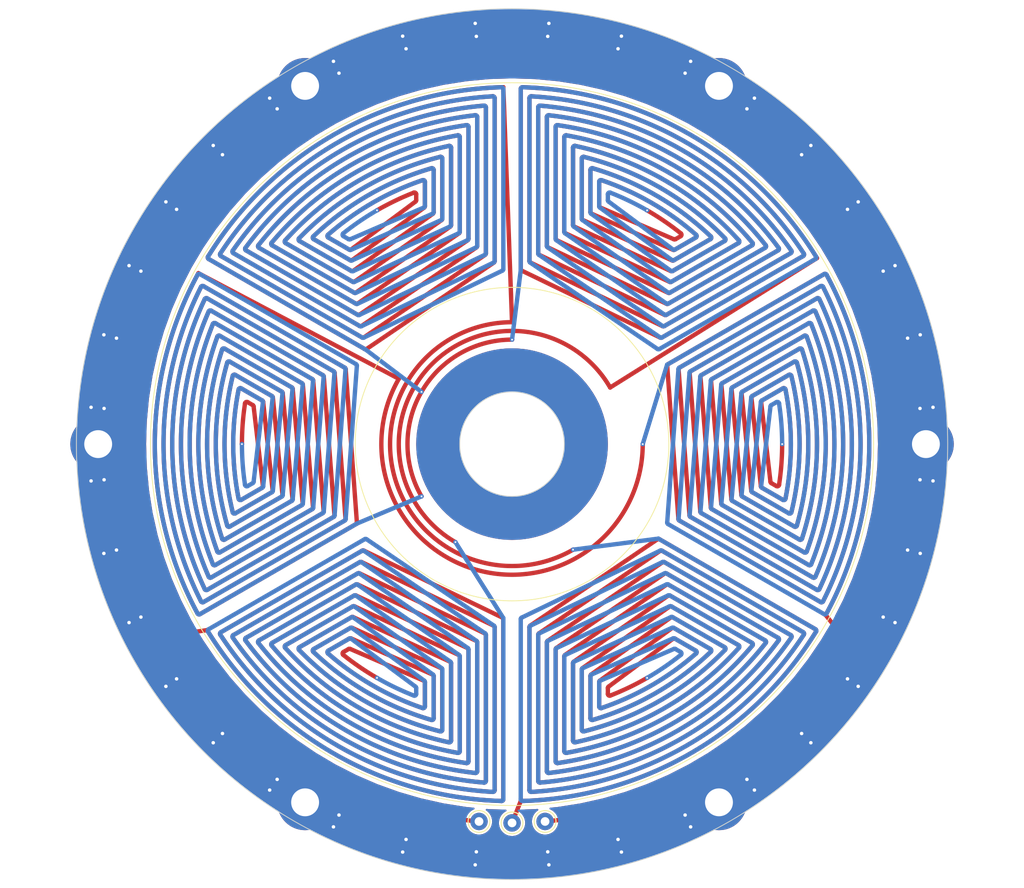
<source format=kicad_pcb>
(kicad_pcb (version 20211014) (generator pcbnew)
  (layers (0 "F.Cu" signal) (31 "B.Cu" signal) (34 "B.Paste" user) (35 "F.Paste" user) (36 "B.SilkS" user "B.Silkscreen") (37 "F.SilkS" user "F.Silkscreen") (38 "B.Mask" user) (39 "F.Mask" user) (44 "Edge.Cuts" user))
  (net 0 "")
  (net 1 "gnd")
  (footprint "MountingHole_3.2mm_M3_Pad" (layer "F.Cu") (at -23.749999 41.136206)
    (fp_text reference "")
    (fp_text value "MountingHole_3.2mm_M3_Pad")
  )
  (footprint "Pin_D1.0mm_L10.0mm" (layer "F.Cu") (at -3.791274 43.334469 0.05235987756)
    (fp_text reference "")
    (fp_text value "Pin_D1.0mm_L10.0mm")
  )
  (footprint "Pin_D1.0mm_L10.0mm" (layer "F.Cu") (at 0 43.5 0.05235987756)
    (fp_text reference "")
    (fp_text value "Pin_D1.0mm_L10.0mm")
  )
  (footprint "MountingHole_3.2mm_M3_Pad" (layer "F.Cu") (at 23.749999 -41.136206)
    (fp_text reference "")
    (fp_text value "MountingHole_3.2mm_M3_Pad")
  )
  (footprint "MountingHole_3.2mm_M3_Pad" (layer "F.Cu") (at 23.75 41.136206)
    (fp_text reference "")
    (fp_text value "MountingHole_3.2mm_M3_Pad")
  )
  (footprint "MountingHole_3.2mm_M3_Pad" (layer "F.Cu") (at -47.5 0)
    (fp_text reference "")
    (fp_text value "MountingHole_3.2mm_M3_Pad")
  )
  (footprint "MountingHole_3.2mm_M3_Pad" (layer "F.Cu") (at -23.75 -41.136206)
    (fp_text reference "")
    (fp_text value "MountingHole_3.2mm_M3_Pad")
  )
  (footprint "Pin_D1.0mm_L10.0mm" (layer "F.Cu") (at 3.791274 43.334469 0.05235987756)
    (fp_text reference "")
    (fp_text value "Pin_D1.0mm_L10.0mm")
  )
  (footprint "MountingHole_3.2mm_M3_Pad" (layer "F.Cu") (at 47.5 0)
    (fp_text reference "")
    (fp_text value "MountingHole_3.2mm_M3_Pad")
  )
  (gr_circle (center 0 0) (end 41.5 0) (layer "F.SilkS") (width 0.1) (fill none))
  (gr_circle (center 0 0) (end 18 0) (layer "F.SilkS") (width 0.1) (fill none))
  (gr_arc (start 50 0) (mid -50 0) (end 50 0) (layer "Edge.Cuts") (width 0.1))
  (gr_arc (start 6 0) (mid -6 0) (end 6 0) (layer "Edge.Cuts") (width 0.1))
  (segment (start 34.533086 -15.318808) (end 21.724436 -7.923761) (width 0.5) (layer "F.Cu") (net 0))
  (segment (start -9.11901 26.461407) (end -18.481419 22.312081) (width 0.5) (layer "F.Cu") (net 0))
  (segment (start 17.913461 17.403862) (end 7.085296 24.980267) (width 0.5) (layer "F.Cu") (net 0))
  (segment (start -9.999951 -27.323022) (end -9.999946 -30.119964) (width 0.5) (layer "F.Cu") (net 0))
  (segment (start 18.356745 21.127998) (end 10.082119 27.161419) (width 0.5) (layer "F.Cu") (net 0))
  (segment (start 2.000068 -39.739141) (end 2.000036 -21.03017) (width 0.5) (layer "F.Cu") (net 0))
  (segment (start -19.113235 8.594906) (end -20.366698 -8.193761) (width 0.5) (layer "F.Cu") (net 0))
  (segment (start 22.919579 7.45917) (end 34.049935 13.885309) (width 0.5) (layer "F.Cu") (net 0))
  (segment (start 17.466181 -13.548161) (end 31.987348 -21.931928) (width 0.5) (layer "F.Cu") (net 0))
  (segment (start 9.11901 -26.461407) (end 18.481419 -22.312081) (width 0.5) (layer "F.Cu") (net 0))
  (segment (start -28.662407 -5.001298) (end -31.084466 -6.399679) (width 0.5) (layer "F.Cu") (net 0))
  (segment (start 18.227844 19.897202) (end 9.083406 26.45432) (width 0.5) (layer "F.Cu") (net 0))
  (segment (start -17.270649 -13.566475) (end -4.086996 -22.589938) (width 0.5) (layer "F.Cu") (net 0))
  (segment (start 29.04992 22.545555) (end 17.938313 16.130239) (width 0.5) (layer "F.Cu") (net 0))
  (segment (start -17.913461 -17.403862) (end -7.085296 -24.980267) (width 0.5) (layer "F.Cu") (net 0))
  (segment (start -27.535185 -22.825721) (end -18.12812 -17.394527) (width 0.5) (layer "F.Cu") (net 0))
  (segment (start -7.999953 -25.891106) (end -7.999942 -32.790354) (width 0.5) (layer "F.Cu") (net 0))
  (segment (start -16.695071 -10.924012) (end -2.087594 -20.845031) (width 0.5) (layer "F.Cu") (net 0))
  (segment (start -7.000058 34.047039) (end -7.000043 25.168049) (width 0.5) (layer "F.Cu") (net 0))
  (segment (start -20.384237 8.173583) (end -21.606958 -7.755524) (width 0.5) (layer "F.Cu") (net 0))
  (segment (start -32.985607 10.961276) (end -25.296192 6.521809) (width 0.5) (layer "F.Cu") (net 0))
  (segment (start 29.758235 4.479275) (end 30.347526 4.819503) (width 0.5) (layer "F.Cu") (net 0))
  (segment (start -34.818513 -21.25726) (end -16.90744 -10.916255) (width 0.5) (layer "F.Cu") (net 0))
  (segment (start 8.999952 26.616853) (end 8.999944 31.483388) (width 0.5) (layer "F.Cu") (net 0))
  (segment (start 6.999955 25.144136) (end 6.99994 34.046967) (width 0.5) (layer "F.Cu") (net 0))
  (segment (start 8.000056 -32.790178) (end 8.000045 -25.916576) (width 0.5) (layer "F.Cu") (net 0))
  (segment (start 18.080643 18.656171) (end 8.084448 25.727832) (width 0.5) (layer "F.Cu") (net 0))
  (segment (start -21.084436 -23.72017) (end -18.688237 -22.336719) (width 0.5) (layer "F.Cu") (net 0))
  (segment (start -17.91962 16.119352) (end -29.049999 22.545453) (width 0.5) (layer "F.Cu") (net 0))
  (segment (start 5.000062 -36.430755) (end 5.00004 -23.600155) (width 0.5) (layer "F.Cu") (net 0))
  (segment (start -1.999962 -21.010479) (end -1.99993 -39.739151) (width 0.5) (layer "F.Cu") (net 0))
  (segment (start 10.99995 28.011025) (end 10.999949 28.691086) (width 0.5) (layer "F.Cu") (net 0))
  (segment (start 27.550848 5.514237) (end 31.765348 7.947491) (width 0.5) (layer "F.Cu") (net 0))
  (segment (start -17.724344 -16.139094) (end -6.085988 -24.209673) (width 0.5) (layer "F.Cu") (net 0))
  (segment (start 25.98555 23.085736) (end 18.296149 18.64624) (width 0.5) (layer "F.Cu") (net 0))
  (segment (start -18.080643 -18.656171) (end -8.084448 -25.727832) (width 0.5) (layer "F.Cu") (net 0))
  (segment (start -22.839038 7.280185) (end -24.009187 -6.834215) (width 0.5) (layer "F.Cu") (net 0))
  (segment (start -6.00006 35.259027) (end -6.000042 24.396676) (width 0.5) (layer "F.Cu") (net 0))
  (segment (start -2.000068 39.739141) (end -2.000036 21.03017) (width 0.5) (layer "F.Cu") (net 0))
  (segment (start -30.53302 -22.247124) (end -17.724397 -14.852033) (width 0.5) (layer "F.Cu") (net 0))
  (segment (start -31.987273 -21.932039) (end -17.483612 -13.558313) (width 0.5) (layer "F.Cu") (net 0))
  (segment (start -19.19559 -8.77322) (end -35.41508 -18.137585) (width 0.5) (layer "F.Cu") (net 0))
  (segment (start 4.114077 -22.595211) (end 17.733658 -16.111974) (width 0.5) (layer "F.Cu") (net 0))
  (segment (start 18.550894 -21.102614) (end 22.765403 -23.535852) (width 0.5) (layer "F.Cu") (net 0))
  (segment (start -18.662455 22.321724) (end -21.084518 23.720096) (width 0.5) (layer "F.Cu") (net 0))
  (segment (start -35.415143 18.137461) (end -19.21268 8.783002) (width 0.5) (layer "F.Cu") (net 0))
  (segment (start -8.11756 25.734377) (end -18.368409 21.093621) (width 0.5) (layer "F.Cu") (net 0))
  (segment (start -2.99996 -21.900237) (end -2.999932 -38.667807) (width 0.5) (layer "F.Cu") (net 0))
  (segment (start 3.113587 -21.740059) (end 17.519961 -14.834412) (width 0.5) (layer "F.Cu") (net 0))
  (segment (start 18.275482 -18.634208) (end 25.985629 -23.085645) (width 0.5) (layer "F.Cu") (net 0))
  (segment (start 5.999956 24.374024) (end 5.999938 35.258996) (width 0.5) (layer "F.Cu") (net 0))
  (segment (start 18.422379 -19.873717) (end 24.397222 -23.32328) (width 0.5) (layer "F.Cu") (net 0))
  (segment (start 34.049984 -13.88519) (end 22.938354 -7.469914) (width 0.5) (layer "F.Cu") (net 0))
  (segment (start 17.91962 -16.119352) (end 29.049999 -22.545453) (width 0.5) (layer "F.Cu") (net 0))
  (segment (start -34.049983 13.88519) (end -22.938354 7.469914) (width 0.5) (layer "F.Cu") (net 0))
  (segment (start 17.706411 -14.841557) (end 30.533098 -22.247018) (width 0.5) (layer "F.Cu") (net 0))
  (segment (start 1.00007 -40.782347) (end 1.000034 -20.100401) (width 0.5) (layer "F.Cu") (net 0))
  (segment (start -17.000025 -12.255094) (end -3.087342 -21.734958) (width 0.5) (layer "F.Cu") (net 0))
  (segment (start 28.589639 -4.819692) (end 29.659589 4.329302) (width 0.5) (layer "F.Cu") (net 0))
  (segment (start 17.724344 16.139094) (end 6.085988 24.209673) (width 0.5) (layer "F.Cu") (net 0))
  (segment (start 32.397198 -9.46686) (end 26.444436 -6.030045) (width 0.5) (layer "F.Cu") (net 0))
  (segment (start 9.999951 27.323022) (end 9.999946 30.119851) (width 0.5) (layer "F.Cu") (net 0))
  (segment (start -33.535246 12.433309) (end -24.128163 7.002148) (width 0.5) (layer "F.Cu") (net 0))
  (segment (start 22.839038 -7.280185) (end 24.009187 6.834215) (width 0.5) (layer "F.Cu") (net 0))
  (segment (start 27.535185 22.825721) (end 18.12812 17.394527) (width 0.5) (layer "F.Cu") (net 0))
  (segment (start 17.195627 -12.237258) (end 33.41515 -21.601566) (width 0.5) (layer "F.Cu") (net 0))
  (segment (start -1.00007 40.782347) (end -1.000034 20.100401) (width 0.5) (layer "F.Cu") (net 0))
  (segment (start -18.275482 18.634208) (end -25.985629 23.085645) (width 0.5) (layer "F.Cu") (net 0))
  (segment (start 1.112935 -19.920362) (end 17.008529 -12.230425) (width 0.5) (layer "F.Cu") (net 0))
  (segment (start 6.00006 -35.259025) (end 6.000042 -24.396676) (width 0.5) (layer "F.Cu") (net 0))
  (segment (start -24.028917 6.81158) (end -25.176194 -6.354086) (width 0.5) (layer "F.Cu") (net 0))
  (segment (start 5.114692 -23.41928) (end 17.923197 -17.375458) (width 0.5) (layer "F.Cu") (net 0))
  (segment (start 3.000066 -38.667803) (end 3.000038 -21.92041) (width 0.5) (layer "F.Cu") (net 0))
  (segment (start -3.113587 21.740059) (end -17.519961 14.834412) (width 0.5) (layer "F.Cu") (net 0))
  (segment (start 31.765376 -7.947379) (end 27.574624 -5.527858) (width 0.5) (layer "F.Cu") (net 0))
  (segment (start 33.535245 -12.433308) (end 24.128163 -7.002148) (width 0.5) (layer "F.Cu") (net 0))
  (segment (start 6.115456 -24.215444) (end 18.090896 -18.626181) (width 0.5) (layer "F.Cu") (net 0))
  (segment (start 32.985608 -10.961277) (end 25.296192 -6.521809) (width 0.5) (layer "F.Cu") (net 0))
  (segment (start -25.275439 -6.509928) (end -32.98557 -10.961392) (width 0.5) (layer "F.Cu") (net 0))
  (segment (start -18.422379 19.873717) (end -24.397222 23.32328) (width 0.5) (layer "F.Cu") (net 0))
  (segment (start -22.919579 -7.45917) (end -34.049935 -13.885309) (width 0.5) (layer "F.Cu") (net 0))
  (segment (start -35.818583 19.525086) (end -17.907475 9.184144) (width 0.5) (layer "F.Cu") (net 0))
  (segment (start 34.818513 21.25726) (end 16.90744 10.916255) (width 0.5) (layer "F.Cu") (net 0))
  (segment (start 22.765321 23.535932) (end 18.574578 21.116396) (width 0.5) (layer "F.Cu") (net 0))
  (segment (start 10.000052 -30.119671) (end 10.000047 -27.352848) (width 0.5) (layer "F.Cu") (net 0))
  (segment (start -24.108503 -6.990896) (end -33.535203 -12.433425) (width 0.5) (layer "F.Cu") (net 0))
  (segment (start 10.120842 -27.169199) (end 18.579079 -23.521306) (width 0.5) (layer "F.Cu") (net 0))
  (segment (start -4.114077 22.595211) (end -17.733658 16.111974) (width 0.5) (layer "F.Cu") (net 0))
  (segment (start -18.108545 17.383127) (end -27.535265 22.825624) (width 0.5) (layer "F.Cu") (net 0))
  (segment (start -5.000062 36.430755) (end -5.00004 23.600155) (width 0.5) (layer "F.Cu") (net 0))
  (segment (start -27.475755 5.333409) (end -28.563539 -4.849337) (width 0.5) (layer "F.Cu") (net 0))
  (segment (start 26.345404 -5.837174) (end 27.451817 5.360698) (width 0.5) (layer "F.Cu") (net 0))
  (segment (start -25.197039 6.33021) (end -26.323182 -5.862578) (width 0.5) (layer "F.Cu") (net 0))
  (segment (start -31.765375 7.947379) (end -27.574624 5.527858) (width 0.5) (layer "F.Cu") (net 0))
  (segment (start -21.706371 -7.913422) (end -34.533032 -15.318929) (width 0.5) (layer "F.Cu") (net 0))
  (segment (start -32.397198 9.46686) (end -26.444436 6.030045) (width 0.5) (layer "F.Cu") (net 0))
  (segment (start -20.466142 -8.352075) (end -34.987281 -16.735892) (width 0.5) (layer "F.Cu") (net 0))
  (segment (start 35.818583 -19.525086) (end 17.907475 -9.184144) (width 0.5) (layer "F.Cu") (net 0))
  (segment (start 27.475755 -5.333409) (end 28.563539 4.849337) (width 0.5) (layer "F.Cu") (net 0))
  (segment (start -21.625065 7.734709) (end -22.820208 -7.301811) (width 0.5) (layer "F.Cu") (net 0))
  (segment (start 24.028917 -6.81158) (end 25.176194 6.354086) (width 0.5) (layer "F.Cu") (net 0))
  (segment (start -5.114692 23.41928) (end -17.923197 17.375458) (width 0.5) (layer "F.Cu") (net 0))
  (segment (start -26.345404 5.837174) (end -27.451817 -5.360698) (width 0.5) (layer "F.Cu") (net 0))
  (segment (start -12.990381 -7.499999) (end -35.996444 -19.627938) (width 0.5) (layer "F.Cu") (net 0))
  (segment (start -3.000066 38.667811) (end -3.000038 21.92041) (width 0.5) (layer "F.Cu") (net 0))
  (segment (start 16.695071 10.924012) (end 2.087594 20.845031) (width 0.5) (layer "F.Cu") (net 0))
  (segment (start 25.275439 6.509928) (end 32.98557 10.961392) (width 0.5) (layer "F.Cu") (net 0))
  (segment (start -4.000064 37.565921) (end -4.000039 22.775795) (width 0.5) (layer "F.Cu") (net 0))
  (segment (start 19.113235 -8.594906) (end 20.366698 8.193761) (width 0.5) (layer "F.Cu") (net 0))
  (segment (start 4.000064 -37.565921) (end 4.000039 -22.775795) (width 0.5) (layer "F.Cu") (net 0))
  (segment (start -31.084488 6.399571) (end -28.688285 5.016128) (width 0.5) (layer "F.Cu") (net 0))
  (segment (start -6.999955 -25.144136) (end -6.99994 -34.047014) (width 0.5) (layer "F.Cu") (net 0))
  (segment (start 17.510987 14.860501) (end 5.086549 23.413785) (width 0.5) (layer "F.Cu") (net 0))
  (segment (start 17.000025 12.255094) (end 3.087342 21.734958) (width 0.5) (layer "F.Cu") (net 0))
  (segment (start -34.533085 15.318808) (end -21.724436 7.923761) (width 0.5) (layer "F.Cu") (net 0))
  (segment (start 2.113209 -20.85) (end 17.279354 -13.541197) (width 0.5) (layer "F.Cu") (net 0))
  (segment (start -2.113209 20.85) (end -17.279354 13.541197) (width 0.5) (layer "F.Cu") (net 0))
  (segment (start -29.758235 -4.479275) (end -30.347526 -4.819503) (width 0.5) (layer "F.Cu") (net 0))
  (segment (start 17.808008 -8.996349) (end 19.096123 8.614605) (width 0.5) (layer "F.Cu") (net 0))
  (segment (start 3.999959 22.754981) (end 3.999934 37.565964) (width 0.5) (layer "F.Cu") (net 0))
  (segment (start -17.466181 13.548161) (end -31.987348 21.931928) (width 0.5) (layer "F.Cu") (net 0))
  (segment (start -9.000054 31.483274) (end -9.000046 26.644254) (width 0.5) (layer "F.Cu") (net 0))
  (segment (start 30.53302 22.247124) (end 17.724397 14.852033) (width 0.5) (layer "F.Cu") (net 0))
  (segment (start -10.000052 30.11975) (end -10.000047 27.352848) (width 0.5) (layer "F.Cu") (net 0))
  (segment (start -18.356745 -21.127998) (end -10.082119 -27.161419) (width 0.5) (layer "F.Cu") (net 0))
  (segment (start -6.115456 24.215444) (end -18.090896 18.626181) (width 0.5) (layer "F.Cu") (net 0))
  (segment (start -3.999959 -22.754981) (end -3.999934 -37.565966) (width 0.5) (layer "F.Cu") (net 0))
  (segment (start 37.672105 21.75) (end 35.996444 19.627938) (width 0.5) (layer "F.Cu") (net 0))
  (segment (start 21.625065 -7.734709) (end 22.820208 7.301811) (width 0.5) (layer "F.Cu") (net 0))
  (segment (start -22.76532 -23.535932) (end -18.574578 -21.116396) (width 0.5) (layer "F.Cu") (net 0))
  (segment (start 20.384237 -8.173583) (end 21.606958 7.755524) (width 0.5) (layer "F.Cu") (net 0))
  (segment (start -8.999952 -26.616853) (end -8.999944 -31.483479) (width 0.5) (layer "F.Cu") (net 0))
  (segment (start -29.049921 -22.545555) (end -17.938313 -16.130239) (width 0.5) (layer "F.Cu") (net 0))
  (segment (start 35.415143 -18.137461) (end 19.21268 -8.783002) (width 0.5) (layer "F.Cu") (net 0))
  (segment (start 7.000058 -34.047089) (end 7.000043 -25.168049) (width 0.5) (layer "F.Cu") (net 0))
  (segment (start -25.985549 -23.085735) (end -18.296149 -18.64624) (width 0.5) (layer "F.Cu") (net 0))
  (segment (start 0 43.5) (end 0.999928 40.987804) (width 0.5) (layer "F.Cu") (net 0))
  (segment (start 4.999958 23.578522) (end 4.999936 36.430771) (width 0.5) (layer "F.Cu") (net 0))
  (segment (start -27.550848 -5.514237) (end -31.765348 -7.947491) (width 0.5) (layer "F.Cu") (net 0))
  (segment (start 0 -14) (end -0.999928 -40.987804) (width 0.5) (layer "F.Cu") (net 0))
  (segment (start 18.662455 -22.321724) (end 21.084518 -23.720096) (width 0.5) (layer "F.Cu") (net 0))
  (segment (start 34.987339 -16.73577) (end 20.483651 -8.362095) (width 0.5) (layer "F.Cu") (net 0))
  (segment (start -37.672105 21.75) (end -34.996515 21.359865) (width 0.5) (layer "F.Cu") (net 0))
  (segment (start 19.19559 8.77322) (end 35.41508 18.137585) (width 0.5) (layer "F.Cu") (net 0))
  (segment (start 21.084435 23.72017) (end 18.688237 22.336719) (width 0.5) (layer "F.Cu") (net 0))
  (segment (start 18.108545 -17.383127) (end 27.535265 -22.825624) (width 0.5) (layer "F.Cu") (net 0))
  (segment (start 18.468795 22.349507) (end 11.080508 27.850608) (width 0.5) (layer "F.Cu") (net 0))
  (segment (start 26.422334 6.017388) (end 32.397166 9.466974) (width 0.5) (layer "F.Cu") (net 0))
  (segment (start -10.120842 27.169199) (end -18.579079 23.521306) (width 0.5) (layer "F.Cu") (net 0))
  (segment (start 33.415074 21.601683) (end 17.212643 12.247168) (width 0.5) (layer "F.Cu") (net 0))
  (segment (start 11.25833 -6.5) (end 34.996515 -21.359865) (width 0.5) (layer "F.Cu") (net 0))
  (segment (start -17.706411 14.841557) (end -30.533098 22.247018) (width 0.5) (layer "F.Cu") (net 0))
  (segment (start -1.112935 19.920362) (end -17.008529 12.230425) (width 0.5) (layer "F.Cu") (net 0))
  (segment (start -5.999956 -24.374024) (end -5.999938 -35.258996) (width 0.5) (layer "F.Cu") (net 0))
  (segment (start 9.000054 -31.483214) (end 9.000046 -26.644254) (width 0.5) (layer "F.Cu") (net 0))
  (segment (start -26.422334 -6.017388) (end -32.397166 -9.466974) (width 0.5) (layer "F.Cu") (net 0))
  (segment (start -7.116396 24.986381) (end -18.238733 19.865254) (width 0.5) (layer "F.Cu") (net 0))
  (segment (start 2.99996 21.900237) (end 2.999932 38.667804) (width 0.5) (layer "F.Cu") (net 0))
  (segment (start -18.758283 23.531749) (end -19.347575 23.871975) (width 0.5) (layer "F.Cu") (net 0))
  (segment (start -10.99995 -28.011025) (end -10.999949 -28.691104) (width 0.5) (layer "F.Cu") (net 0))
  (segment (start -17.808008 8.996349) (end -19.096123 -8.614605) (width 0.5) (layer "F.Cu") (net 0))
  (segment (start 24.108503 6.990896) (end 33.535203 12.433425) (width 0.5) (layer "F.Cu") (net 0))
  (segment (start -17.510987 -14.860501) (end -5.086549 -23.413785) (width 0.5) (layer "F.Cu") (net 0))
  (segment (start 17.270649 13.566475) (end 4.086996 22.589938) (width 0.5) (layer "F.Cu") (net 0))
  (segment (start 21.706371 7.913422) (end 34.533032 15.318929) (width 0.5) (layer "F.Cu") (net 0))
  (segment (start 31.084488 -6.399571) (end 28.688285 -5.016128) (width 0.5) (layer "F.Cu") (net 0))
  (segment (start -17.195627 12.237258) (end -33.415149 21.601566) (width 0.5) (layer "F.Cu") (net 0))
  (segment (start 31.987271 21.932039) (end 17.483612 13.558313) (width 0.5) (layer "F.Cu") (net 0))
  (segment (start 8.11756 -25.734377) (end 18.368409 -21.093621) (width 0.5) (layer "F.Cu") (net 0))
  (segment (start -18.468795 -22.349507) (end -11.080508 -27.850608) (width 0.5) (layer "F.Cu") (net 0))
  (segment (start 24.397142 23.323366) (end 18.44439 19.88653) (width 0.5) (layer "F.Cu") (net 0))
  (segment (start -18.227844 -19.897202) (end -9.083406 -26.45432) (width 0.5) (layer "F.Cu") (net 0))
  (segment (start 20.466142 8.352075) (end 34.987281 16.735892) (width 0.5) (layer "F.Cu") (net 0))
  (segment (start 18.758283 -23.531749) (end 19.347575 -23.871975) (width 0.5) (layer "F.Cu") (net 0))
  (segment (start 28.662407 5.001298) (end 31.084466 6.399679) (width 0.5) (layer "F.Cu") (net 0))
  (segment (start 7.999953 25.891106) (end 7.999942 32.790351) (width 0.5) (layer "F.Cu") (net 0))
  (segment (start -8.000056 32.790076) (end -8.000045 25.916576) (width 0.5) (layer "F.Cu") (net 0))
  (segment (start -4.999958 -23.578522) (end -4.999936 -36.430797) (width 0.5) (layer "F.Cu") (net 0))
  (segment (start -33.415074 -21.601683) (end -17.212643 -12.247168) (width 0.5) (layer "F.Cu") (net 0))
  (segment (start 7.116396 -24.986381) (end 18.238733 -19.865254) (width 0.5) (layer "F.Cu") (net 0))
  (segment (start 1.999962 21.010479) (end 1.99993 39.739155) (width 0.5) (layer "F.Cu") (net 0))
  (segment (start -28.589639 4.819692) (end -29.659589 -4.329302) (width 0.5) (layer "F.Cu") (net 0))
  (segment (start 25.197039 -6.33021) (end 26.323182 5.862578) (width 0.5) (layer "F.Cu") (net 0))
  (segment (start -18.550894 21.102614) (end -22.765403 23.535852) (width 0.5) (layer "F.Cu") (net 0))
  (segment (start -24.397142 -23.323366) (end -18.44439 -19.88653) (width 0.5) (layer "F.Cu") (net 0))
  (segment (start -34.987339 16.73577) (end -20.483651 8.362095) (width 0.5) (layer "F.Cu") (net 0))
  (via (at -30.999999 -0.000054) (size 0.5) (drill 0.2) (layers "F.Cu" "B.Cu") (net 0))
  (via (at -15.499953 -26.846814) (size 0.5) (drill 0.2) (layers "F.Cu" "B.Cu") (net 0))
  (via (at -6.499999 11.25833) (size 0.5) (drill 0.2) (layers "F.Cu" "B.Cu") (net 0))
  (via (at 15.500046 -26.84676) (size 0.5) (drill 0.2) (layers "F.Cu" "B.Cu") (net 0))
  (via (at -10.392304 5.999999) (size 0.5) (drill 0.2) (layers "F.Cu" "B.Cu") (net 0))
  (via (at 0 -12) (size 0.5) (drill 0.2) (layers "F.Cu" "B.Cu") (net 0))
  (via (at -10.392304 -6) (size 0.5) (drill 0.2) (layers "F.Cu" "B.Cu") (net 0))
  (via (at 30.999999 0.000054) (size 0.5) (drill 0.2) (layers "F.Cu" "B.Cu") (net 0))
  (via (at 15 0) (size 0.5) (drill 0.2) (layers "F.Cu" "B.Cu") (net 0))
  (via (at 15.499953 26.846814) (size 0.5) (drill 0.2) (layers "F.Cu" "B.Cu") (net 0))
  (via (at 7 12.124355) (size 0.5) (drill 0.2) (layers "F.Cu" "B.Cu") (net 0))
  (via (at -15.500046 26.84676) (size 0.5) (drill 0.2) (layers "F.Cu" "B.Cu") (net 0))
  (arc (start -33.823152 12.328596) (mid -33.703606 12.448058) (end -33.535246 12.433309) (width 0.5) (layer "F.Cu") (net 0))
  (arc (start 29.107257 22.842231) (mid 29.146287 22.680809) (end 29.04992 22.545555) (width 0.5) (layer "F.Cu") (net 0))
  (arc (start 30.347526 4.819503) (mid 30.534138 4.826572) (end 30.645237 4.676469) (width 0.5) (layer "F.Cu") (net 0))
  (arc (start 9.256029 31.675319) (mid 16.49995 28.578867) (end 22.803524 23.853705) (width 0.5) (layer "F.Cu") (net 0))
  (arc (start -9.999946 -30.119964) (mid -10.083291 -30.282419) (end -10.264039 -30.309229) (width 0.5) (layer "F.Cu") (net 0))
  (arc (start -24.128163 7.002148) (mid -24.050776 6.921323) (end -24.028917 6.81158) (width 0.5) (layer "F.Cu") (net 0))
  (arc (start -6.085988 -24.209673) (mid -6.022765 -24.281271) (end -5.999956 -24.374024) (width 0.5) (layer "F.Cu") (net 0))
  (arc (start -3.216561 38.867128) (mid -3.064602 38.814948) (end -3.000066 38.667811) (width 0.5) (layer "F.Cu") (net 0))
  (arc (start 5.086549 23.413785) (mid 5.022925 23.485468) (end 4.999958 23.578522) (width 0.5) (layer "F.Cu") (net 0))
  (arc (start -10.264039 -30.309229) (mid -15.999951 -27.71284) (end -21.116413 -24.043648) (width 0.5) (layer "F.Cu") (net 0))
  (arc (start -3.999934 -37.565966) (mid -4.066593 -37.715031) (end -4.222154 -37.76471) (width 0.5) (layer "F.Cu") (net 0))
  (arc (start 20.483651 -8.362095) (mid 20.406743 -8.282183) (end 20.384237 -8.173583) (width 0.5) (layer "F.Cu") (net 0))
  (arc (start 34.049935 13.885309) (mid 34.215252 13.901138) (end 34.335533 13.786627) (width 0.5) (layer "F.Cu") (net 0))
  (arc (start 32.689457 9.348761) (mid 33.999999 0.000059) (end 32.689489 -9.348647) (width 0.5) (layer "F.Cu") (net 0))
  (arc (start 24.009187 6.834215) (mid 24.03958 6.924767) (end 24.108503 6.990896) (width 0.5) (layer "F.Cu") (net 0))
  (arc (start -9.083406 -26.45432) (mid -9.022035 -26.5255) (end -8.999952 -26.616853) (width 0.5) (layer "F.Cu") (net 0))
  (arc (start 32.051638 22.219188) (mid 32.082428 22.061497) (end 31.987271 21.932039) (width 0.5) (layer "F.Cu") (net 0))
  (arc (start 21.724436 -7.923761) (mid 21.647402 -7.84361) (end 21.625065 -7.734709) (width 0.5) (layer "F.Cu") (net 0))
  (arc (start 1.000034 -20.100401) (mid 1.030594 -19.994146) (end 1.112935 -19.920362) (width 0.5) (layer "F.Cu") (net 0))
  (arc (start 4.086996 22.589938) (mid 4.023052 22.661687) (end 3.999959 22.754981) (width 0.5) (layer "F.Cu") (net 0))
  (arc (start 0.999928 40.987804) (mid 20.499938 35.507077) (end 34.888701 21.535517) (width 0.5) (layer "F.Cu") (net 0))
  (arc (start -4.000039 22.775795) (mid -4.030934 22.669006) (end -4.114077 22.595211) (width 0.5) (layer "F.Cu") (net 0))
  (arc (start -24.440993 23.635518) (mid -17.000051 29.444834) (end -8.248613 32.984244) (width 0.5) (layer "F.Cu") (net 0))
  (arc (start -21.116413 -24.043648) (mid -21.183465 -23.8737) (end -21.084436 -23.72017) (width 0.5) (layer "F.Cu") (net 0))
  (arc (start 25.985629 -23.085645) (mid 26.083151 -23.22746) (end 26.034397 -23.392522) (width 0.5) (layer "F.Cu") (net 0))
  (arc (start 36.094654 -19.446743) (mid 35.973183 -19.544284) (end 35.818583 -19.525086) (width 0.5) (layer "F.Cu") (net 0))
  (arc (start 31.380617 -6.265525) (mid 31.266964 -6.408568) (end 31.084488 -6.399571) (width 0.5) (layer "F.Cu") (net 0))
  (arc (start -6.499999 11.25833) (mid -9.192388 -9.192388) (end 11.25833 -6.5) (width 0.5) (layer "F.Cu") (net 0))
  (arc (start -32.05164 -22.219189) (mid -32.082429 -22.061498) (end -31.987273 -21.932039) (width 0.5) (layer "F.Cu") (net 0))
  (arc (start 30.533098 -22.247018) (mid 30.628864 -22.379289) (end 30.59412 -22.538849) (width 0.5) (layer "F.Cu") (net 0))
  (arc (start -18.368409 21.093621) (mid -18.460739 21.076062) (end -18.550894 21.102614) (width 0.5) (layer "F.Cu") (net 0))
  (arc (start -2.000036 21.03017) (mid -2.030676 20.923787) (end -2.113209 20.85) (width 0.5) (layer "F.Cu") (net 0))
  (arc (start 2.000036 -21.03017) (mid 2.030676 -20.923787) (end 2.113209 -20.85) (width 0.5) (layer "F.Cu") (net 0))
  (arc (start 34.816329 -15.225738) (mid 34.695519 -15.335608) (end 34.533086 -15.318808) (width 0.5) (layer "F.Cu") (net 0))
  (arc (start 35.693548 18.054653) (mid 39.999999 0.000069) (end 35.69361 -18.054528) (width 0.5) (layer "F.Cu") (net 0))
  (arc (start -2.999932 -38.667807) (mid -3.064473 -38.81495) (end -3.216427 -38.867139) (width 0.5) (layer "F.Cu") (net 0))
  (arc (start 6.99994 34.046967) (mid 7.074028 34.202358) (end 7.241333 34.242707) (width 0.5) (layer "F.Cu") (net 0))
  (arc (start 10.264225 -30.309166) (mid 10.083536 -30.282225) (end 10.000052 -30.119671) (width 0.5) (layer "F.Cu") (net 0))
  (arc (start -20.366698 -8.193761) (mid -20.396783 -8.285253) (end -20.466142 -8.352075) (width 0.5) (layer "F.Cu") (net 0))
  (arc (start -21.606958 -7.755524) (mid -21.637123 -7.846777) (end -21.706371 -7.913422) (width 0.5) (layer "F.Cu") (net 0))
  (arc (start 33.535203 12.433425) (mid 33.703563 12.448175) (end 33.823109 12.328713) (width 0.5) (layer "F.Cu") (net 0))
  (arc (start -19.096123 -8.614605) (mid -19.12615 -8.70627) (end -19.19559 -8.77322) (width 0.5) (layer "F.Cu") (net 0))
  (arc (start -1.99993 -39.739151) (mid -2.062473 -39.884429) (end -2.210985 -39.938847) (width 0.5) (layer "F.Cu") (net 0))
  (arc (start 2.087594 20.845031) (mid 2.023223 20.916868) (end 1.999962 21.010479) (width 0.5) (layer "F.Cu") (net 0))
  (arc (start -25.985629 23.085645) (mid -26.083151 23.22746) (end -26.034397 23.392522) (width 0.5) (layer "F.Cu") (net 0))
  (arc (start -30.533098 22.247018) (mid -30.628864 22.379289) (end -30.59412 22.538849) (width 0.5) (layer "F.Cu") (net 0))
  (arc (start 24.128163 -7.002148) (mid 24.050776 -6.921323) (end 24.028917 -6.81158) (width 0.5) (layer "F.Cu") (net 0))
  (arc (start 30.59412 -22.538849) (mid 19.000057 -32.908932) (end 4.222288 -37.764695) (width 0.5) (layer "F.Cu") (net 0))
  (arc (start -8.999944 -31.483479) (mid -9.079915 -31.643457) (end -9.256005 -31.675326) (width 0.5) (layer "F.Cu") (net 0))
  (arc (start -30.645238 -4.676469) (mid -30.911179 -2.344979) (end -30.999999 -0.000054) (width 0.5) (layer "F.Cu") (net 0))
  (arc (start -32.397166 -9.466974) (mid -32.572152 -9.479179) (end -32.689457 -9.348761) (width 0.5) (layer "F.Cu") (net 0))
  (arc (start -8.000045 25.916576) (mid -8.031972 25.808171) (end -8.11756 25.734377) (width 0.5) (layer "F.Cu") (net 0))
  (arc (start 17.519961 -14.834412) (mid 17.614071 -14.814909) (end 17.706411 -14.841557) (width 0.5) (layer "F.Cu") (net 0))
  (arc (start -5.228192 -36.628758) (mid -18.499944 -32.042972) (end -29.107257 -22.842231) (width 0.5) (layer "F.Cu") (net 0))
  (arc (start -2.211124 39.938839) (mid -2.062613 39.88442) (end -2.000068 39.739141) (width 0.5) (layer "F.Cu") (net 0))
  (arc (start 35.41508 18.137585) (mid 35.572165 18.15606) (end 35.693548 18.054653) (width 0.5) (layer "F.Cu") (net 0))
  (arc (start -26.034397 23.392522) (mid -17.500052 30.310858) (end -7.241432 34.242686) (width 0.5) (layer "F.Cu") (net 0))
  (arc (start -33.275754 10.850072) (mid -33.157184 10.974824) (end -32.985607 10.961276) (width 0.5) (layer "F.Cu") (net 0))
  (arc (start 22.938354 -7.469914) (mid 22.861163 -7.389462) (end 22.839038 -7.280185) (width 0.5) (layer "F.Cu") (net 0))
  (arc (start 0 43.5) (mid 0 43.5) (end 0 43.5) (width 0.5) (layer "F.Cu") (net 0))
  (arc (start 15 0) (mid -3.882285 14.488887) (end -12.990381 -7.499999) (width 0.5) (layer "F.Cu") (net 0))
  (arc (start 33.41515 -21.601566) (mid 33.509692 -21.728368) (end 33.482563 -21.884192) (width 0.5) (layer "F.Cu") (net 0))
  (arc (start -20.483651 8.362095) (mid -20.406743 8.282183) (end -20.384237 8.173583) (width 0.5) (layer "F.Cu") (net 0))
  (arc (start -29.049999 22.545453) (mid -29.146366 22.680708) (end -29.107336 22.842129) (width 0.5) (layer "F.Cu") (net 0))
  (arc (start 5.00004 -23.600155) (mid 5.031117 -23.493079) (end 5.114692 -23.41928) (width 0.5) (layer "F.Cu") (net 0))
  (arc (start 9.999946 30.119851) (mid 10.083352 30.28235) (end 10.264074 30.309218) (width 0.5) (layer "F.Cu") (net 0))
  (arc (start 7 12.124355) (mid -13.522961 3.623466) (end 0 -14) (width 0.5) (layer "F.Cu") (net 0))
  (arc (start 19.096123 8.614605) (mid 19.12615 8.70627) (end 19.19559 8.77322) (width 0.5) (layer "F.Cu") (net 0))
  (arc (start 3.216562 -38.867127) (mid 3.064604 -38.814943) (end 3.000066 -38.667803) (width 0.5) (layer "F.Cu") (net 0))
  (arc (start -34.996515 21.359865) (mid -20.500061 35.507005) (end -1.205953 40.982259) (width 0.5) (layer "F.Cu") (net 0))
  (arc (start -22.765403 23.535852) (mid -22.863973 23.685185) (end -22.803607 23.853625) (width 0.5) (layer "F.Cu") (net 0))
  (arc (start 18.12812 17.394527) (mid 18.019431 17.36792) (end 17.913461 17.403862) (width 0.5) (layer "F.Cu") (net 0))
  (arc (start -10.264201 30.309175) (mid -10.083494 30.282274) (end -10.000052 30.11975) (width 0.5) (layer "F.Cu") (net 0))
  (arc (start 21.116497 -24.043574) (mid 16.000048 -27.712784) (end 10.264225 -30.309166) (width 0.5) (layer "F.Cu") (net 0))
  (arc (start 31.084466 6.399679) (mid 31.266941 6.408677) (end 31.380595 6.265635) (width 0.5) (layer "F.Cu") (net 0))
  (arc (start 28.563539 4.849337) (mid 28.594766 4.937163) (end 28.662407 5.001298) (width 0.5) (layer "F.Cu") (net 0))
  (arc (start 11.27281 28.877736) (mid 13.424841 27.942325) (end 15.499953 26.846814) (width 0.5) (layer "F.Cu") (net 0))
  (arc (start -22.938354 7.469914) (mid -22.861163 7.389462) (end -22.839038 7.280185) (width 0.5) (layer "F.Cu") (net 0))
  (arc (start 5.228195 36.628758) (mid 18.499944 32.042972) (end 29.107257 22.842231) (width 0.5) (layer "F.Cu") (net 0))
  (arc (start 6.000042 -24.396676) (mid 6.031345 -24.289245) (end 6.115456 -24.215444) (width 0.5) (layer "F.Cu") (net 0))
  (arc (start 21.084518 -23.720096) (mid 21.183548 -23.873626) (end 21.116497 -24.043574) (width 0.5) (layer "F.Cu") (net 0))
  (arc (start -19.21268 8.783002) (mid -19.13587 8.703275) (end -19.113235 8.594906) (width 0.5) (layer "F.Cu") (net 0))
  (arc (start 27.588454 23.127411) (mid 27.632138 22.96415) (end 27.535185 22.825721) (width 0.5) (layer "F.Cu") (net 0))
  (arc (start 9.000046 -26.644254) (mid 9.032404 -26.535184) (end 9.11901 -26.461407) (width 0.5) (layer "F.Cu") (net 0))
  (arc (start 3.087342 21.734958) (mid 3.02315 21.806759) (end 2.99996 21.900237) (width 0.5) (layer "F.Cu") (net 0))
  (arc (start 19.21268 -8.783002) (mid 19.13587 -8.703275) (end 19.113235 -8.594906) (width 0.5) (layer "F.Cu") (net 0))
  (arc (start 4.999936 36.430771) (mid 5.068883 36.581852) (end 5.228195 36.628758) (width 0.5) (layer "F.Cu") (net 0))
  (arc (start 21.116412 24.043648) (mid 21.183465 23.8737) (end 21.084435 23.72017) (width 0.5) (layer "F.Cu") (net 0))
  (arc (start -17.724397 -14.852033) (mid -17.616467 -14.825396) (end -17.510987 -14.860501) (width 0.5) (layer "F.Cu") (net 0))
  (arc (start 1.99993 39.739155) (mid 2.062471 39.884432) (end 2.210985 39.938847) (width 0.5) (layer "F.Cu") (net 0))
  (arc (start -28.563539 -4.849337) (mid -28.594766 -4.937163) (end -28.662407 -5.001298) (width 0.5) (layer "F.Cu") (net 0))
  (arc (start -18.12812 -17.394527) (mid -18.019431 -17.36792) (end -17.913461 -17.403862) (width 0.5) (layer "F.Cu") (net 0))
  (arc (start -35.41508 -18.137585) (mid -35.572165 -18.15606) (end -35.693548 -18.054653) (width 0.5) (layer "F.Cu") (net 0))
  (arc (start -34.816276 -15.22586) (mid -37.999999 -0.000066) (end -34.816329 15.225738) (width 0.5) (layer "F.Cu") (net 0))
  (arc (start 33.275755 -10.850072) (mid 33.157185 -10.974825) (end 32.985608 -10.961277) (width 0.5) (layer "F.Cu") (net 0))
  (arc (start -2.210985 -39.938847) (mid -19.999939 -34.641051) (end -33.482486 -21.884309) (width 0.5) (layer "F.Cu") (net 0))
  (arc (start 7.999942 32.790351) (mid 8.076818 32.94796) (end 8.24844 32.984287) (width 0.5) (layer "F.Cu") (net 0))
  (arc (start -31.987348 21.931928) (mid -32.082505 22.061386) (end -32.051716 22.219077) (width 0.5) (layer "F.Cu") (net 0))
  (arc (start -9.256162 31.67528) (mid -9.080114 31.643319) (end -9.000054 31.483274) (width 0.5) (layer "F.Cu") (net 0))
  (arc (start 34.996515 -21.359865) (mid 20.500061 -35.507005) (end 1.205953 -40.982259) (width 0.5) (layer "F.Cu") (net 0))
  (arc (start -33.482563 21.884192) (mid -20.00006 34.640981) (end -2.211124 39.938839) (width 0.5) (layer "F.Cu") (net 0))
  (arc (start 29.659589 4.329302) (mid 29.691141 4.415977) (end 29.758235 4.479275) (width 0.5) (layer "F.Cu") (net 0))
  (arc (start 32.397166 9.466974) (mid 32.572152 9.479179) (end 32.689457 9.348761) (width 0.5) (layer "F.Cu") (net 0))
  (arc (start 2.210985 39.938847) (mid 19.999939 34.641051) (end 33.482486 21.884309) (width 0.5) (layer "F.Cu") (net 0))
  (arc (start -17.519961 14.834412) (mid -17.614071 14.814909) (end -17.706411 14.841557) (width 0.5) (layer "F.Cu") (net 0))
  (arc (start 35.268144 16.648062) (mid 38.999999 0.000068) (end 35.268201 -16.647939) (width 0.5) (layer "F.Cu") (net 0))
  (arc (start -18.481419 22.312081) (mid -18.573092 22.295212) (end -18.662455 22.321724) (width 0.5) (layer "F.Cu") (net 0))
  (arc (start -6.234698 35.456008) (mid -6.071468 35.412207) (end -6.00006 35.259027) (width 0.5) (layer "F.Cu") (net 0))
  (arc (start 10.999949 28.691086) (mid 11.087356 28.856382) (end 11.27281 28.877736) (width 0.5) (layer "F.Cu") (net 0))
  (arc (start -17.008529 12.230425) (mid -17.102927 12.210597) (end -17.195627 12.237258) (width 0.5) (layer "F.Cu") (net 0))
  (arc (start -11.272804 -28.877739) (mid -13.424838 -27.942327) (end -15.499953 -26.846814) (width 0.5) (layer "F.Cu") (net 0))
  (arc (start 30.645237 4.676469) (mid 30.911178 2.344979) (end 30.999999 0.000054) (width 0.5) (layer "F.Cu") (net 0))
  (arc (start -31.380616 6.265525) (mid -31.266963 6.408568) (end -31.084488 6.399571) (width 0.5) (layer "F.Cu") (net 0))
  (arc (start -29.659589 -4.329302) (mid -29.691141 -4.415977) (end -29.758235 -4.479275) (width 0.5) (layer "F.Cu") (net 0))
  (arc (start -27.451817 -5.360698) (mid -27.482775 -5.449437) (end -27.550848 -5.514237) (width 0.5) (layer "F.Cu") (net 0))
  (arc (start 27.574624 -5.527858) (mid 27.496346 -5.4453) (end 27.475755 -5.333409) (width 0.5) (layer "F.Cu") (net 0))
  (arc (start 31.380595 6.265635) (mid 31.999999 0.000055) (end 31.380617 -6.265525) (width 0.5) (layer "F.Cu") (net 0))
  (arc (start -4.086996 -22.589938) (mid -4.023052 -22.661687) (end -3.999959 -22.754981) (width 0.5) (layer "F.Cu") (net 0))
  (arc (start 6.234698 -35.456007) (mid 6.071469 -35.412205) (end 6.00006 -35.259025) (width 0.5) (layer "F.Cu") (net 0))
  (arc (start 17.483612 13.558313) (mid 17.375953 13.531665) (end 17.270649 13.566475) (width 0.5) (layer "F.Cu") (net 0))
  (arc (start 4.222288 -37.764695) (mid 4.066737 -37.714997) (end 4.000064 -37.565921) (width 0.5) (layer "F.Cu") (net 0))
  (arc (start 18.090896 -18.626181) (mid 18.184172 -18.607602) (end 18.275482 -18.634208) (width 0.5) (layer "F.Cu") (net 0))
  (arc (start 18.296149 18.64624) (mid 18.186942 18.619657) (end 18.080643 18.656171) (width 0.5) (layer "F.Cu") (net 0))
  (arc (start 11.080508 27.850608) (mid 11.021221 27.921271) (end 10.99995 28.011025) (width 0.5) (layer "F.Cu") (net 0))
  (arc (start 31.987348 -21.931928) (mid 32.082505 -22.061386) (end 32.051716 -22.219077) (width 0.5) (layer "F.Cu") (net 0))
  (arc (start -29.107257 -22.842231) (mid -29.146287 -22.680809) (end -29.049921 -22.545555) (width 0.5) (layer "F.Cu") (net 0))
  (arc (start -18.238733 19.865254) (mid -18.331586 19.847134) (end -18.422379 19.873717) (width 0.5) (layer "F.Cu") (net 0))
  (arc (start -9.256005 -31.675326) (mid -16.49995 -28.578867) (end -22.803523 -23.853705) (width 0.5) (layer "F.Cu") (net 0))
  (arc (start 33.482563 -21.884192) (mid 20.00006 -34.640981) (end 2.211124 -39.938839) (width 0.5) (layer "F.Cu") (net 0))
  (arc (start 6.234584 35.456028) (mid 17.999945 31.176945) (end 27.588454 23.127411) (width 0.5) (layer "F.Cu") (net 0))
  (arc (start 19.37256 -24.201318) (mid 17.486402 -25.597376) (end 15.500046 -26.84676) (width 0.5) (layer "F.Cu") (net 0))
  (arc (start -5.999938 -35.258996) (mid -6.071369 -35.412196) (end -6.234584 -35.456028) (width 0.5) (layer "F.Cu") (net 0))
  (arc (start 10.000047 -27.352848) (mid 10.032953 -27.242941) (end 10.120842 -27.169199) (width 0.5) (layer "F.Cu") (net 0))
  (arc (start -1.205953 40.982259) (mid -1.060744 40.925833) (end -1.00007 40.782347) (width 0.5) (layer "F.Cu") (net 0))
  (arc (start -32.689489 9.348647) (mid -32.572185 9.479065) (end -32.397198 9.46686) (width 0.5) (layer "F.Cu") (net 0))
  (arc (start -35.693548 -18.054653) (mid -39.999999 -0.000069) (end -35.693611 18.054529) (width 0.5) (layer "F.Cu") (net 0))
  (arc (start -9.000046 26.644254) (mid -9.032404 26.535184) (end -9.11901 26.461407) (width 0.5) (layer "F.Cu") (net 0))
  (arc (start 3.216428 38.867139) (mid 19.499941 33.775024) (end 32.051638 22.219188) (width 0.5) (layer "F.Cu") (net 0))
  (arc (start -33.275717 -10.850188) (mid -34.999999 -0.000061) (end -33.275754 10.850072) (width 0.5) (layer "F.Cu") (net 0))
  (arc (start 4.222154 37.76471) (mid 18.999942 32.908998) (end 30.594041 22.538955) (width 0.5) (layer "F.Cu") (net 0))
  (arc (start -34.335533 -13.786627) (mid -36.999999 -0.000064) (end -34.335581 13.786506) (width 0.5) (layer "F.Cu") (net 0))
  (arc (start 22.803607 -23.853625) (mid 16.500049 -28.578809) (end 9.256179 -31.675276) (width 0.5) (layer "F.Cu") (net 0))
  (arc (start 17.008529 -12.230425) (mid 17.102927 -12.210597) (end 17.195627 -12.237258) (width 0.5) (layer "F.Cu") (net 0))
  (arc (start 24.440911 23.635604) (mid 24.495205 23.468806) (end 24.397142 23.323366) (width 0.5) (layer "F.Cu") (net 0))
  (arc (start -28.688285 5.016128) (mid -28.609556 4.932677) (end -28.589639 4.819692) (width 0.5) (layer "F.Cu") (net 0))
  (arc (start -25.296192 6.521809) (mid -25.218567 6.440524) (end -25.197039 6.33021) (width 0.5) (layer "F.Cu") (net 0))
  (arc (start -17.923197 17.375458) (mid -18.016814 17.356504) (end -18.108545 17.383127) (width 0.5) (layer "F.Cu") (net 0))
  (arc (start -5.086549 -23.413785) (mid -5.022925 -23.485468) (end -4.999958 -23.578522) (width 0.5) (layer "F.Cu") (net 0))
  (arc (start -34.888701 -21.535517) (mid -34.912438 -21.381549) (end -34.818513 -21.25726) (width 0.5) (layer "F.Cu") (net 0))
  (arc (start 22.820208 7.301811) (mid 22.850475 7.392753) (end 22.919579 7.45917) (width 0.5) (layer "F.Cu") (net 0))
  (arc (start -11.080508 -27.850608) (mid -11.021221 -27.921271) (end -10.99995 -28.011025) (width 0.5) (layer "F.Cu") (net 0))
  (arc (start -21.116497 24.043574) (mid -16.000048 27.712784) (end -10.264201 30.309175) (width 0.5) (layer "F.Cu") (net 0))
  (arc (start 5.999938 35.258996) (mid 6.071369 35.412196) (end 6.234584 35.456028) (width 0.5) (layer "F.Cu") (net 0))
  (arc (start -18.574578 -21.116396) (mid -18.463941 -21.089884) (end -18.356745 -21.127998) (width 0.5) (layer "F.Cu") (net 0))
  (arc (start -34.987281 -16.735892) (mid -35.146974 -16.753571) (end -35.268144 -16.648062) (width 0.5) (layer "F.Cu") (net 0))
  (arc (start -3.216427 -38.867139) (mid -19.499941 -33.775024) (end -32.05164 -22.219189) (width 0.5) (layer "F.Cu") (net 0))
  (arc (start -25.176194 -6.354086) (mid -25.206742 -6.444154) (end -25.275439 -6.509928) (width 0.5) (layer "F.Cu") (net 0))
  (arc (start 7.241333 34.242707) (mid 17.499947 30.310919) (end 26.034317 23.392613) (width 0.5) (layer "F.Cu") (net 0))
  (arc (start 27.588535 -23.127315) (mid 18.000054 -31.176883) (end 6.234698 -35.456007) (width 0.5) (layer "F.Cu") (net 0))
  (arc (start -18.296149 -18.64624) (mid -18.186942 -18.619657) (end -18.080643 -18.656171) (width 0.5) (layer "F.Cu") (net 0))
  (arc (start -4.999936 -36.430797) (mid -5.068872 -36.581868) (end -5.228192 -36.628758) (width 0.5) (layer "F.Cu") (net 0))
  (arc (start -33.482486 -21.884309) (mid -33.509616 -21.728485) (end -33.415074 -21.601683) (width 0.5) (layer "F.Cu") (net 0))
  (arc (start 17.279354 -13.541197) (mid 17.373631 -13.521506) (end 17.466181 -13.548161) (width 0.5) (layer "F.Cu") (net 0))
  (arc (start 8.000045 -25.916576) (mid 8.031972 -25.808171) (end 8.11756 -25.734377) (width 0.5) (layer "F.Cu") (net 0))
  (arc (start -4.222288 37.764695) (mid -4.066737 37.714997) (end -4.000064 37.565921) (width 0.5) (layer "F.Cu") (net 0))
  (arc (start -7.000043 25.168049) (mid -7.031625 25.060182) (end -7.116396 24.986381) (width 0.5) (layer "F.Cu") (net 0))
  (arc (start 19.347575 -23.871975) (mid 19.447003 -24.030052) (end 19.37256 -24.201318) (width 0.5) (layer "F.Cu") (net 0))
  (arc (start 24.440993 -23.635518) (mid 17.000051 -29.444834) (end 8.248589 -32.984251) (width 0.5) (layer "F.Cu") (net 0))
  (arc (start -3.000038 21.92041) (mid -3.030789 21.81385) (end -3.113587 21.740059) (width 0.5) (layer "F.Cu") (net 0))
  (arc (start 26.444436 -6.030045) (mid 26.366518 -5.948193) (end 26.345404 -5.837174) (width 0.5) (layer "F.Cu") (net 0))
  (arc (start 27.535265 -22.825624) (mid 27.632218 -22.964053) (end 27.588535 -23.127315) (width 0.5) (layer "F.Cu") (net 0))
  (arc (start -8.248613 32.984244) (mid -8.077054 32.947779) (end -8.000056 32.790076) (width 0.5) (layer "F.Cu") (net 0))
  (arc (start -17.733658 16.111974) (mid -17.82755 16.092715) (end -17.91962 16.119352) (width 0.5) (layer "F.Cu") (net 0))
  (arc (start 17.724397 14.852033) (mid 17.616467 14.825396) (end 17.510987 14.860501) (width 0.5) (layer "F.Cu") (net 0))
  (arc (start 8.084448 25.727832) (mid 8.022329 25.799186) (end 7.999953 25.891106) (width 0.5) (layer "F.Cu") (net 0))
  (arc (start 26.034317 23.392613) (mid 26.083071 23.227552) (end 25.98555 23.085736) (width 0.5) (layer "F.Cu") (net 0))
  (arc (start -17.212643 -12.247168) (mid -17.105192 -12.220511) (end -17.000025 -12.255094) (width 0.5) (layer "F.Cu") (net 0))
  (arc (start 33.823151 -12.328595) (mid 33.703605 -12.448058) (end 33.535245 -12.433308) (width 0.5) (layer "F.Cu") (net 0))
  (arc (start -29.107336 22.842129) (mid -18.500055 32.042907) (end -5.228322 36.62874) (width 0.5) (layer "F.Cu") (net 0))
  (arc (start 18.44439 19.88653) (mid 18.334546 19.859978) (end 18.227844 19.897202) (width 0.5) (layer "F.Cu") (net 0))
  (arc (start -10.392304 5.999999) (mid -10.392304 -6) (end 0 -12) (width 0.5) (layer "F.Cu") (net 0))
  (arc (start -35.268201 16.647939) (mid -35.147032 16.753449) (end -34.987339 16.73577) (width 0.5) (layer "F.Cu") (net 0))
  (arc (start 32.98557 10.961392) (mid 33.157146 10.974941) (end 33.275717 10.850188) (width 0.5) (layer "F.Cu") (net 0))
  (arc (start 33.482486 21.884309) (mid 33.509616 21.728485) (end 33.415074 21.601683) (width 0.5) (layer "F.Cu") (net 0))
  (arc (start 18.238733 -19.865254) (mid 18.331586 -19.847134) (end 18.422379 -19.873717) (width 0.5) (layer "F.Cu") (net 0))
  (arc (start -21.724436 7.923761) (mid -21.647402 7.84361) (end -21.625065 7.734709) (width 0.5) (layer "F.Cu") (net 0))
  (arc (start 34.888701 21.535517) (mid 34.912438 21.381549) (end 34.818513 21.25726) (width 0.5) (layer "F.Cu") (net 0))
  (arc (start -24.009187 -6.834215) (mid -24.03958 -6.924767) (end -24.108503 -6.990896) (width 0.5) (layer "F.Cu") (net 0))
  (arc (start 7.085296 24.980267) (mid 7.022569 25.051756) (end 6.999955 25.144136) (width 0.5) (layer "F.Cu") (net 0))
  (arc (start -18.579079 23.521306) (mid -18.669919 23.505293) (end -18.758283 23.531749) (width 0.5) (layer "F.Cu") (net 0))
  (arc (start -10.999949 -28.691104) (mid -11.087345 -28.856394) (end -11.272804 -28.877739) (width 0.5) (layer "F.Cu") (net 0))
  (arc (start 34.816276 15.22586) (mid 37.999999 0.000066) (end 34.816329 -15.225738) (width 0.5) (layer "F.Cu") (net 0))
  (arc (start -5.00004 23.600155) (mid -5.031117 23.493079) (end -5.114692 23.41928) (width 0.5) (layer "F.Cu") (net 0))
  (arc (start 26.323182 5.862578) (mid 26.353916 5.952051) (end 26.422334 6.017388) (width 0.5) (layer "F.Cu") (net 0))
  (arc (start -24.397222 23.32328) (mid -24.495286 23.46872) (end -24.440993 23.635518) (width 0.5) (layer "F.Cu") (net 0))
  (arc (start 22.803524 23.853705) (mid 22.863891 23.685265) (end 22.765321 23.535932) (width 0.5) (layer "F.Cu") (net 0))
  (arc (start 7.000043 -25.168049) (mid 7.031625 -25.060182) (end 7.116396 -24.986381) (width 0.5) (layer "F.Cu") (net 0))
  (arc (start 20.366698 8.193761) (mid 20.396783 8.285253) (end 20.466142 8.352075) (width 0.5) (layer "F.Cu") (net 0))
  (arc (start 24.397222 -23.32328) (mid 24.495286 -23.46872) (end 24.440993 -23.635518) (width 0.5) (layer "F.Cu") (net 0))
  (arc (start 17.938313 16.130239) (mid 17.830044 16.103615) (end 17.724344 16.139094) (width 0.5) (layer "F.Cu") (net 0))
  (arc (start -17.279354 13.541197) (mid -17.373631 13.521506) (end -17.466181 13.548161) (width 0.5) (layer "F.Cu") (net 0))
  (arc (start -7.999942 -32.790354) (mid -8.076816 -32.947962) (end -8.248439 -32.984287) (width 0.5) (layer "F.Cu") (net 0))
  (arc (start 9.083406 26.45432) (mid 9.022035 26.5255) (end 8.999952 26.616853) (width 0.5) (layer "F.Cu") (net 0))
  (arc (start 21.606958 7.755524) (mid 21.637123 7.846777) (end 21.706371 7.913422) (width 0.5) (layer "F.Cu") (net 0))
  (arc (start 34.335581 -13.786507) (mid 34.215301 -13.901018) (end 34.049984 -13.88519) (width 0.5) (layer "F.Cu") (net 0))
  (arc (start 2.211124 -39.938839) (mid 2.062613 -39.88442) (end 2.000068 -39.739141) (width 0.5) (layer "F.Cu") (net 0))
  (arc (start 27.451817 5.360698) (mid 27.482775 5.449437) (end 27.550848 5.514237) (width 0.5) (layer "F.Cu") (net 0))
  (arc (start 3.791274 43.334469) (mid 23.372532 36.687527) (end 37.672105 21.75) (width 0.5) (layer "F.Cu") (net 0))
  (arc (start 16.90744 10.916255) (mid 16.80014 10.889594) (end 16.695071 10.924012) (width 0.5) (layer "F.Cu") (net 0))
  (arc (start 32.689489 -9.348647) (mid 32.572185 -9.479065) (end 32.397198 -9.46686) (width 0.5) (layer "F.Cu") (net 0))
  (arc (start 8.248589 -32.984251) (mid 8.077005 -32.947843) (end 8.000056 -32.790178) (width 0.5) (layer "F.Cu") (net 0))
  (arc (start 28.688285 -5.016128) (mid 28.609556 -4.932677) (end 28.589639 -4.819692) (width 0.5) (layer "F.Cu") (net 0))
  (arc (start 35.69361 -18.054528) (mid 35.572228 -18.155935) (end 35.415143 -18.137461) (width 0.5) (layer "F.Cu") (net 0))
  (arc (start -27.588535 23.127315) (mid -18.000054 31.176883) (end -6.234698 35.456008) (width 0.5) (layer "F.Cu") (net 0))
  (arc (start -6.234584 -35.456028) (mid -17.999945 -31.176945) (end -27.588454 -23.127411) (width 0.5) (layer "F.Cu") (net 0))
  (arc (start 2.999932 38.667804) (mid 3.064474 38.814948) (end 3.216428 38.867139) (width 0.5) (layer "F.Cu") (net 0))
  (arc (start -3.087342 -21.734958) (mid -3.02315 -21.806759) (end -2.99996 -21.900237) (width 0.5) (layer "F.Cu") (net 0))
  (arc (start -30.347526 -4.819503) (mid -30.534138 -4.826572) (end -30.645238 -4.676469) (width 0.5) (layer "F.Cu") (net 0))
  (arc (start -22.820208 -7.301811) (mid -22.850475 -7.392753) (end -22.919579 -7.45917) (width 0.5) (layer "F.Cu") (net 0))
  (arc (start -17.907475 9.184144) (mid -17.830735 9.104551) (end -17.808008 8.996349) (width 0.5) (layer "F.Cu") (net 0))
  (arc (start -34.816329 15.225738) (mid -34.695518 15.335608) (end -34.533085 15.318808) (width 0.5) (layer "F.Cu") (net 0))
  (arc (start -26.323182 -5.862578) (mid -26.353916 -5.952051) (end -26.422334 -6.017388) (width 0.5) (layer "F.Cu") (net 0))
  (arc (start -35.693611 18.054529) (mid -35.572229 18.155936) (end -35.415143 18.137461) (width 0.5) (layer "F.Cu") (net 0))
  (arc (start -4.222154 -37.76471) (mid -18.999942 -32.908998) (end -30.594041 -22.538955) (width 0.5) (layer "F.Cu") (net 0))
  (arc (start 9.256179 -31.675276) (mid 9.080146 -31.643282) (end 9.000054 -31.483214) (width 0.5) (layer "F.Cu") (net 0))
  (arc (start 17.212643 12.247168) (mid 17.105192 12.220511) (end 17.000025 12.255094) (width 0.5) (layer "F.Cu") (net 0))
  (arc (start 10.082119 27.161419) (mid 10.021673 27.232376) (end 9.999951 27.323022) (width 0.5) (layer "F.Cu") (net 0))
  (arc (start -35.268144 -16.648062) (mid -38.999999 -0.000068) (end -35.268201 16.647939) (width 0.5) (layer "F.Cu") (net 0))
  (arc (start 34.335533 13.786627) (mid 36.999999 0.000064) (end 34.335581 -13.786507) (width 0.5) (layer "F.Cu") (net 0))
  (arc (start -17.483612 -13.558313) (mid -17.375953 -13.531665) (end -17.270649 -13.566475) (width 0.5) (layer "F.Cu") (net 0))
  (arc (start -7.241432 34.242686) (mid -7.074101 34.202392) (end -7.000058 34.047039) (width 0.5) (layer "F.Cu") (net 0))
  (arc (start -34.049935 -13.885309) (mid -34.215252 -13.901138) (end -34.335533 -13.786627) (width 0.5) (layer "F.Cu") (net 0))
  (arc (start -18.090896 18.626181) (mid -18.184172 18.607602) (end -18.275482 18.634208) (width 0.5) (layer "F.Cu") (net 0))
  (arc (start -27.574624 5.527858) (mid -27.496346 5.4453) (end -27.475755 5.333409) (width 0.5) (layer "F.Cu") (net 0))
  (arc (start 35.268201 -16.647939) (mid 35.147032 -16.753449) (end 34.987339 -16.73577) (width 0.5) (layer "F.Cu") (net 0))
  (arc (start 1.205953 -40.982259) (mid 1.060744 -40.925833) (end 1.00007 -40.782347) (width 0.5) (layer "F.Cu") (net 0))
  (arc (start 5.228322 -36.62874) (mid 5.06901 -36.581835) (end 5.000062 -36.430755) (width 0.5) (layer "F.Cu") (net 0))
  (arc (start 18.688237 22.336719) (mid 18.576602 22.310263) (end 18.468795 22.349507) (width 0.5) (layer "F.Cu") (net 0))
  (arc (start -8.248439 -32.984287) (mid -16.999948 -29.444893) (end -24.440912 -23.635604) (width 0.5) (layer "F.Cu") (net 0))
  (arc (start 8.999944 31.483388) (mid 9.079961 31.643402) (end 9.256029 31.675319) (width 0.5) (layer "F.Cu") (net 0))
  (arc (start -31.765348 -7.947491) (mid -31.943959 -7.958189) (end -32.059649 -7.82169) (width 0.5) (layer "F.Cu") (net 0))
  (arc (start -32.98557 -10.961392) (mid -33.157146 -10.974941) (end -33.275717 -10.850188) (width 0.5) (layer "F.Cu") (net 0))
  (arc (start 22.765403 -23.535852) (mid 22.863973 -23.685185) (end 22.803607 -23.853625) (width 0.5) (layer "F.Cu") (net 0))
  (arc (start -10.082119 -27.161419) (mid -10.021673 -27.232376) (end -9.999951 -27.323022) (width 0.5) (layer "F.Cu") (net 0))
  (arc (start 34.533032 15.318929) (mid 34.695465 15.335729) (end 34.816276 15.22586) (width 0.5) (layer "F.Cu") (net 0))
  (arc (start 33.823109 12.328713) (mid 35.999999 0.000062) (end 33.823151 -12.328595) (width 0.5) (layer "F.Cu") (net 0))
  (arc (start 30.594041 22.538955) (mid 30.628786 22.379395) (end 30.53302 22.247124) (width 0.5) (layer "F.Cu") (net 0))
  (arc (start 25.296192 -6.521809) (mid 25.218567 -6.440524) (end 25.197039 -6.33021) (width 0.5) (layer "F.Cu") (net 0))
  (arc (start -30.594041 -22.538955) (mid -30.628786 -22.379395) (end -30.53302 -22.247124) (width 0.5) (layer "F.Cu") (net 0))
  (arc (start -6.99994 -34.047014) (mid -7.074006 -34.202387) (end -7.241324 -34.242709) (width 0.5) (layer "F.Cu") (net 0))
  (arc (start -33.535203 -12.433425) (mid -33.703563 -12.448175) (end -33.823109 -12.328713) (width 0.5) (layer "F.Cu") (net 0))
  (arc (start -22.803523 -23.853705) (mid -22.86389 -23.685264) (end -22.76532 -23.535932) (width 0.5) (layer "F.Cu") (net 0))
  (arc (start -1.000034 20.100401) (mid -1.030594 19.994146) (end -1.112935 19.920362) (width 0.5) (layer "F.Cu") (net 0))
  (arc (start -2.087594 -20.845031) (mid -2.023223 -20.916868) (end -1.999962 -21.010479) (width 0.5) (layer "F.Cu") (net 0))
  (arc (start 6.085988 24.209673) (mid 6.022765 24.281271) (end 5.999956 24.374024) (width 0.5) (layer "F.Cu") (net 0))
  (arc (start -34.335581 13.786506) (mid -34.2153 13.901018) (end -34.049983 13.88519) (width 0.5) (layer "F.Cu") (net 0))
  (arc (start 10.264074 30.309218) (mid 15.999951 27.71284) (end 21.116412 24.043648) (width 0.5) (layer "F.Cu") (net 0))
  (arc (start -32.051716 22.219077) (mid -19.500058 33.774956) (end -3.216561 38.867128) (width 0.5) (layer "F.Cu") (net 0))
  (arc (start -0.999928 -40.987804) (mid -20.499938 -35.507077) (end -34.888701 -21.535517) (width 0.5) (layer "F.Cu") (net 0))
  (arc (start -19.37256 24.201318) (mid -17.486402 25.597376) (end -15.500046 26.84676) (width 0.5) (layer "F.Cu") (net 0))
  (arc (start -31.380595 -6.265635) (mid -31.999999 -0.000055) (end -31.380616 6.265525) (width 0.5) (layer "F.Cu") (net 0))
  (arc (start 18.481419 -22.312081) (mid 18.573092 -22.295212) (end 18.662455 -22.321724) (width 0.5) (layer "F.Cu") (net 0))
  (arc (start 8.24844 32.984287) (mid 16.999948 29.444893) (end 24.440911 23.635604) (width 0.5) (layer "F.Cu") (net 0))
  (arc (start -30.59412 22.538849) (mid -19.000057 32.908932) (end -4.222288 37.764695) (width 0.5) (layer "F.Cu") (net 0))
  (arc (start -33.415149 21.601566) (mid -33.509692 21.728368) (end -33.482563 21.884192) (width 0.5) (layer "F.Cu") (net 0))
  (arc (start 3.000038 -21.92041) (mid 3.030789 -21.81385) (end 3.113587 -21.740059) (width 0.5) (layer "F.Cu") (net 0))
  (arc (start -31.084466 -6.399679) (mid -31.266941 -6.408677) (end -31.380595 -6.265635) (width 0.5) (layer "F.Cu") (net 0))
  (arc (start -18.688237 -22.336719) (mid -18.576602 -22.310263) (end -18.468795 -22.349507) (width 0.5) (layer "F.Cu") (net 0))
  (arc (start 17.733658 -16.111974) (mid 17.82755 -16.092715) (end 17.91962 -16.119352) (width 0.5) (layer "F.Cu") (net 0))
  (arc (start -24.440912 -23.635604) (mid -24.495205 -23.468806) (end -24.397142 -23.323366) (width 0.5) (layer "F.Cu") (net 0))
  (arc (start -16.90744 -10.916255) (mid -16.80014 -10.889594) (end -16.695071 -10.924012) (width 0.5) (layer "F.Cu") (net 0))
  (arc (start 18.574578 21.116396) (mid 18.463941 21.089884) (end 18.356745 21.127998) (width 0.5) (layer "F.Cu") (net 0))
  (arc (start 33.275717 10.850188) (mid 34.999999 0.000061) (end 33.275755 -10.850072) (width 0.5) (layer "F.Cu") (net 0))
  (arc (start -35.996444 -19.627938) (mid -40.999999 -0.000071) (end -36.094654 19.446743) (width 0.5) (layer "F.Cu") (net 0))
  (arc (start -36.094654 19.446743) (mid -35.973183 19.544284) (end -35.818583 19.525086) (width 0.5) (layer "F.Cu") (net 0))
  (arc (start 32.059649 7.82169) (mid 32.999999 0.000057) (end 32.059676 -7.821578) (width 0.5) (layer "F.Cu") (net 0))
  (arc (start 29.049999 -22.545453) (mid 29.146366 -22.680708) (end 29.107336 -22.842129) (width 0.5) (layer "F.Cu") (net 0))
  (arc (start 17.923197 -17.375458) (mid 18.016814 -17.356504) (end 18.108545 -17.383127) (width 0.5) (layer "F.Cu") (net 0))
  (arc (start -17.938313 -16.130239) (mid -17.830044 -16.103615) (end -17.724344 -16.139094) (width 0.5) (layer "F.Cu") (net 0))
  (arc (start -8.084448 -25.727832) (mid -8.022329 -25.799186) (end -7.999953 -25.891106) (width 0.5) (layer "F.Cu") (net 0))
  (arc (start -22.803607 23.853625) (mid -16.500049 28.578809) (end -9.256162 31.67528) (width 0.5) (layer "F.Cu") (net 0))
  (arc (start -3.791274 43.334469) (mid -23.372532 36.687527) (end -37.672105 21.75) (width 0.5) (layer "F.Cu") (net 0))
  (arc (start -27.588454 -23.127411) (mid -27.632138 -22.96415) (end -27.535185 -22.825721) (width 0.5) (layer "F.Cu") (net 0))
  (arc (start 4.000039 -22.775795) (mid 4.030934 -22.669006) (end 4.114077 -22.595211) (width 0.5) (layer "F.Cu") (net 0))
  (arc (start 25.176194 6.354086) (mid 25.206742 6.444154) (end 25.275439 6.509928) (width 0.5) (layer "F.Cu") (net 0))
  (arc (start -32.059649 -7.82169) (mid -32.999999 -0.000057) (end -32.059676 7.821577) (width 0.5) (layer "F.Cu") (net 0))
  (arc (start 31.765348 7.947491) (mid 31.943959 7.958189) (end 32.059649 7.82169) (width 0.5) (layer "F.Cu") (net 0))
  (arc (start -19.347575 23.871975) (mid -19.447003 24.030052) (end -19.37256 24.201318) (width 0.5) (layer "F.Cu") (net 0))
  (arc (start -26.034316 -23.392612) (mid -26.08307 -23.227551) (end -25.985549 -23.085735) (width 0.5) (layer "F.Cu") (net 0))
  (arc (start -32.689457 -9.348761) (mid -33.999999 -0.000059) (end -32.689489 9.348647) (width 0.5) (layer "F.Cu") (net 0))
  (arc (start -5.228322 36.62874) (mid -5.06901 36.581835) (end -5.000062 36.430755) (width 0.5) (layer "F.Cu") (net 0))
  (arc (start 18.579079 -23.521306) (mid 18.669919 -23.505293) (end 18.758283 -23.531749) (width 0.5) (layer "F.Cu") (net 0))
  (arc (start 17.907475 -9.184144) (mid 17.830735 -9.104551) (end 17.808008 -8.996349) (width 0.5) (layer "F.Cu") (net 0))
  (arc (start -21.084518 23.720096) (mid -21.183548 23.873626) (end -21.116497 24.043574) (width 0.5) (layer "F.Cu") (net 0))
  (arc (start 32.059676 -7.821578) (mid 31.943986 -7.958077) (end 31.765376 -7.947379) (width 0.5) (layer "F.Cu") (net 0))
  (arc (start -33.823109 -12.328713) (mid -35.999999 -0.000062) (end -33.823152 12.328596) (width 0.5) (layer "F.Cu") (net 0))
  (arc (start -7.241324 -34.242709) (mid -17.499947 -30.310919) (end -26.034316 -23.392612) (width 0.5) (layer "F.Cu") (net 0))
  (arc (start 34.987281 16.735892) (mid 35.146974 16.753571) (end 35.268144 16.648062) (width 0.5) (layer "F.Cu") (net 0))
  (arc (start 29.107336 -22.842129) (mid 18.500055 -32.042907) (end 5.228322 -36.62874) (width 0.5) (layer "F.Cu") (net 0))
  (arc (start -32.059676 7.821577) (mid -31.943986 7.958077) (end -31.765375 7.947379) (width 0.5) (layer "F.Cu") (net 0))
  (arc (start -27.535265 22.825624) (mid -27.632218 22.964053) (end -27.588535 23.127315) (width 0.5) (layer "F.Cu") (net 0))
  (arc (start -7.085296 -24.980267) (mid -7.022569 -25.051756) (end -6.999955 -25.144136) (width 0.5) (layer "F.Cu") (net 0))
  (arc (start -6.000042 24.396676) (mid -6.031345 24.289245) (end -6.115456 24.215444) (width 0.5) (layer "F.Cu") (net 0))
  (arc (start -18.44439 -19.88653) (mid -18.334546 -19.859978) (end -18.227844 -19.897202) (width 0.5) (layer "F.Cu") (net 0))
  (arc (start 26.034397 -23.392522) (mid 17.500052 -30.310858) (end 7.241422 -34.242689) (width 0.5) (layer "F.Cu") (net 0))
  (arc (start 3.999934 37.565964) (mid 4.066594 37.71503) (end 4.222154 37.76471) (width 0.5) (layer "F.Cu") (net 0))
  (arc (start -10.000047 27.352848) (mid -10.032953 27.242941) (end -10.120842 27.169199) (width 0.5) (layer "F.Cu") (net 0))
  (arc (start 18.368409 -21.093621) (mid 18.460739 -21.076062) (end 18.550894 -21.102614) (width 0.5) (layer "F.Cu") (net 0))
  (arc (start -26.444436 6.030045) (mid -26.366518 5.948193) (end -26.345404 5.837174) (width 0.5) (layer "F.Cu") (net 0))
  (arc (start 32.051716 -22.219077) (mid 19.500058 -33.774956) (end 3.216562 -38.867127) (width 0.5) (layer "F.Cu") (net 0))
  (arc (start -34.533032 -15.318929) (mid -34.695465 -15.335729) (end -34.816276 -15.22586) (width 0.5) (layer "F.Cu") (net 0))
  (arc (start 35.996444 19.627938) (mid 40.999999 0.000071) (end 36.094654 -19.446743) (width 0.5) (layer "F.Cu") (net 0))
  (arc (start 7.241422 -34.242689) (mid 7.074078 -34.202424) (end 7.000058 -34.047089) (width 0.5) (layer "F.Cu") (net 0))
  (segment (start -16.695109 10.923954) (end -2.087667 20.845023) (width 0.5) (layer "B.Cu") (net 0))
  (segment (start 8.999944 31.48329) (end 8.999952 26.644285) (width 0.5) (layer "B.Cu") (net 0))
  (segment (start 17.798859 -9.121435) (end 15 0) (width 0.5) (layer "B.Cu") (net 0))
  (segment (start -1.000034 19.974982) (end -1.00007 40.782347) (width 0.5) (layer "B.Cu") (net 0))
  (segment (start -3.999934 -37.565951) (end -3.999959 -22.775809) (width 0.5) (layer "B.Cu") (net 0))
  (segment (start -2.000036 21.010472) (end -2.000068 39.739144) (width 0.5) (layer "B.Cu") (net 0))
  (segment (start 10.000047 -27.322987) (end 10.000052 -30.119824) (width 0.5) (layer "B.Cu") (net 0))
  (segment (start -25.275461 6.50984) (end -32.985608 10.961277) (width 0.5) (layer "B.Cu") (net 0))
  (segment (start 2.999932 38.667817) (end 2.99996 21.92042) (width 0.5) (layer "B.Cu") (net 0))
  (segment (start 26.422354 -6.017296) (end 32.397198 -9.46686) (width 0.5) (layer "B.Cu") (net 0))
  (segment (start 18.356819 -21.127933) (end 10.082214 -27.161384) (width 0.5) (layer "B.Cu") (net 0))
  (segment (start 1.112866 19.920367) (end 17.008486 12.230485) (width 0.5) (layer "B.Cu") (net 0))
  (segment (start -4.000039 22.754967) (end -4.000064 37.565929) (width 0.5) (layer "B.Cu") (net 0))
  (segment (start 17.270696 -13.566415) (end 4.087075 -22.589923) (width 0.5) (layer "B.Cu") (net 0))
  (segment (start 18.227914 -19.897139) (end 9.083499 -26.454289) (width 0.5) (layer "B.Cu") (net 0))
  (segment (start -21.625038 -7.734784) (end -22.820234 7.301731) (width 0.5) (layer "B.Cu") (net 0))
  (segment (start -32.985569 -10.961392) (end -25.29617 -6.521897) (width 0.5) (layer "B.Cu") (net 0))
  (segment (start -17.270696 13.566415) (end -4.087075 22.589923) (width 0.5) (layer "B.Cu") (net 0))
  (segment (start -17.798859 9.121435) (end -35.818583 19.525086) (width 0.5) (layer "B.Cu") (net 0))
  (segment (start -22.765403 23.535853) (end -18.574651 21.11633) (width 0.5) (layer "B.Cu") (net 0))
  (segment (start -34.049935 -13.885309) (end -22.938328 -7.469994) (width 0.5) (layer "B.Cu") (net 0))
  (segment (start 22.765403 -23.535853) (end 18.574651 -21.11633) (width 0.5) (layer "B.Cu") (net 0))
  (segment (start 3.999934 37.565943) (end 3.999959 22.775809) (width 0.5) (layer "B.Cu") (net 0))
  (segment (start -24.108527 6.990811) (end -33.535247 12.433309) (width 0.5) (layer "B.Cu") (net 0))
  (segment (start 22.839012 7.280265) (end 24.00921 -6.834131) (width 0.5) (layer "B.Cu") (net 0))
  (segment (start 35.818515 19.52521) (end 17.907443 9.184206) (width 0.5) (layer "B.Cu") (net 0))
  (segment (start -35.818515 -19.52521) (end -17.907443 -9.184206) (width 0.5) (layer "B.Cu") (net 0))
  (segment (start -9.999946 -30.119648) (end -9.999951 -27.352883) (width 0.5) (layer "B.Cu") (net 0))
  (segment (start -3.000038 21.900227) (end -3.000066 38.667809) (width 0.5) (layer "B.Cu") (net 0))
  (segment (start -6.115371 -24.215465) (end -18.090832 -18.626243) (width 0.5) (layer "B.Cu") (net 0))
  (segment (start 16.695109 -10.923954) (end 2.087667 -20.845023) (width 0.5) (layer "B.Cu") (net 0))
  (segment (start -1.112866 -19.920367) (end -17.008486 -12.230485) (width 0.5) (layer "B.Cu") (net 0))
  (segment (start -6.000042 24.374003) (end -6.00006 35.259014) (width 0.5) (layer "B.Cu") (net 0))
  (segment (start -10.120748 -27.169235) (end -18.578997 -23.521371) (width 0.5) (layer "B.Cu") (net 0))
  (segment (start 34.987281 16.735892) (end 20.483621 8.362166) (width 0.5) (layer "B.Cu") (net 0))
  (segment (start 11.000048 -28.010987) (end 11.000049 -28.691403) (width 0.5) (layer "B.Cu") (net 0))
  (segment (start 18.108485 17.38319) (end 27.535185 22.82572) (width 0.5) (layer "B.Cu") (net 0))
  (segment (start 17.913522 -17.4038) (end 7.085383 -24.980242) (width 0.5) (layer "B.Cu") (net 0))
  (segment (start -31.084466 -6.399679) (end -28.688267 -5.016228) (width 0.5) (layer "B.Cu") (net 0))
  (segment (start -18.550821 -21.102679) (end -22.76532 -23.535932) (width 0.5) (layer "B.Cu") (net 0))
  (segment (start 29.049999 -22.545453) (end 17.938369 -16.130177) (width 0.5) (layer "B.Cu") (net 0))
  (segment (start -16.798824 -10.853546) (end -34.818512 -21.25726) (width 0.5) (layer "B.Cu") (net 0))
  (segment (start 17.798859 -9.121435) (end 35.818583 -19.525086) (width 0.5) (layer "B.Cu") (net 0))
  (segment (start -17.000068 12.255034) (end -3.087419 21.734948) (width 0.5) (layer "B.Cu") (net 0))
  (segment (start 7.116309 24.986406) (end 18.238663 19.865318) (width 0.5) (layer "B.Cu") (net 0))
  (segment (start -26.345385 -5.837266) (end -27.451836 5.360603) (width 0.5) (layer "B.Cu") (net 0))
  (segment (start 18.758201 23.531815) (end 19.347492 23.872043) (width 0.5) (layer "B.Cu") (net 0))
  (segment (start 9.999946 30.119709) (end 9.999951 27.352883) (width 0.5) (layer "B.Cu") (net 0))
  (segment (start -17.195584 -12.237318) (end -33.415074 -21.601683) (width 0.5) (layer "B.Cu") (net 0))
  (segment (start 6.115371 24.215465) (end 18.090832 18.626243) (width 0.5) (layer "B.Cu") (net 0))
  (segment (start 17.724401 -16.139032) (end 6.086073 -24.209652) (width 0.5) (layer "B.Cu") (net 0))
  (segment (start 8.000045 -25.891078) (end 8.000056 -32.790202) (width 0.5) (layer "B.Cu") (net 0))
  (segment (start -33.41515 21.601566) (end -17.212686 12.247107) (width 0.5) (layer "B.Cu") (net 0))
  (segment (start 1.000034 -19.974982) (end 1.00007 -40.782347) (width 0.5) (layer "B.Cu") (net 0))
  (segment (start 16.798824 10.853546) (end 7 12.124355) (width 0.5) (layer "B.Cu") (net 0))
  (segment (start 25.197018 6.330298) (end 26.323201 -5.862486) (width 0.5) (layer "B.Cu") (net 0))
  (segment (start 29.75825 -4.479171) (end 30.347543 -4.819397) (width 0.5) (layer "B.Cu") (net 0))
  (segment (start 6.99994 34.047077) (end 6.999955 25.168074) (width 0.5) (layer "B.Cu") (net 0))
  (segment (start 28.662425 -5.001198) (end 31.084488 -6.399571) (width 0.5) (layer "B.Cu") (net 0))
  (segment (start 19.195621 -8.773153) (end 35.415143 -18.137461) (width 0.5) (layer "B.Cu") (net 0))
  (segment (start 21.625038 7.734784) (end 22.820234 -7.301731) (width 0.5) (layer "B.Cu") (net 0))
  (segment (start 5.00004 -23.578505) (end 5.000062 -36.430727) (width 0.5) (layer "B.Cu") (net 0))
  (segment (start 28.589621 4.819792) (end 29.659604 -4.329198) (width 0.5) (layer "B.Cu") (net 0))
  (segment (start -3.11351 -21.740069) (end -17.519909 -14.834473) (width 0.5) (layer "B.Cu") (net 0))
  (segment (start -31.765348 -7.94749) (end -27.574605 -5.527954) (width 0.5) (layer "B.Cu") (net 0))
  (segment (start -4.113998 -22.595225) (end -17.733602 -16.112035) (width 0.5) (layer "B.Cu") (net 0))
  (segment (start 33.41515 -21.601566) (end 17.212686 -12.247107) (width 0.5) (layer "B.Cu") (net 0))
  (segment (start -21.706399 7.913347) (end -34.533086 15.318808) (width 0.5) (layer "B.Cu") (net 0))
  (segment (start -27.535264 22.825624) (end -18.128181 17.394464) (width 0.5) (layer "B.Cu") (net 0))
  (segment (start -19.195621 8.773153) (end -35.415143 18.137461) (width 0.5) (layer "B.Cu") (net 0))
  (segment (start 24.397222 -23.32328) (end 18.444461 -19.886466) (width 0.5) (layer "B.Cu") (net 0))
  (segment (start 21.706399 -7.913347) (end 34.533086 -15.318808) (width 0.5) (layer "B.Cu") (net 0))
  (segment (start 22.919605 -7.459089) (end 34.049984 -13.88519) (width 0.5) (layer "B.Cu") (net 0))
  (segment (start -6.99994 -34.047022) (end -6.999955 -25.168074) (width 0.5) (layer "B.Cu") (net 0))
  (segment (start -18.080707 18.656108) (end -8.084538 25.727804) (width 0.5) (layer "B.Cu") (net 0))
  (segment (start 34.049935 13.885309) (end 22.938328 7.469994) (width 0.5) (layer "B.Cu") (net 0))
  (segment (start -25.985629 23.085645) (end -18.296213 18.646177) (width 0.5) (layer "B.Cu") (net 0))
  (segment (start -22.839012 -7.280265) (end -24.00921 6.834131) (width 0.5) (layer "B.Cu") (net 0))
  (segment (start -28.662425 5.001198) (end -31.084488 6.399571) (width 0.5) (layer "B.Cu") (net 0))
  (segment (start -25.197018 -6.330298) (end -26.323201 5.862486) (width 0.5) (layer "B.Cu") (net 0))
  (segment (start -5.00004 23.578505) (end -5.000062 36.430705) (width 0.5) (layer "B.Cu") (net 0))
  (segment (start 32.397166 9.466974) (end 26.444415 6.030137) (width 0.5) (layer "B.Cu") (net 0))
  (segment (start 2.113136 20.850008) (end 17.279307 13.541257) (width 0.5) (layer "B.Cu") (net 0))
  (segment (start -17.913522 17.4038) (end -7.085383 24.980242) (width 0.5) (layer "B.Cu") (net 0))
  (segment (start -0.999928 -40.78235) (end -0.999964 -20.100405) (width 0.5) (layer "B.Cu") (net 0))
  (segment (start -24.397222 23.323281) (end -18.444461 19.886466) (width 0.5) (layer "B.Cu") (net 0))
  (segment (start -11.000048 28.010987) (end -11.000049 28.691488) (width 0.5) (layer "B.Cu") (net 0))
  (segment (start 17.000068 -12.255034) (end 3.087419 -21.734948) (width 0.5) (layer "B.Cu") (net 0))
  (segment (start -17.919564 -16.119415) (end -29.04992 -22.545555) (width 0.5) (layer "B.Cu") (net 0))
  (segment (start -18.227914 19.897139) (end -9.083499 26.454289) (width 0.5) (layer "B.Cu") (net 0))
  (segment (start 19.113205 8.594973) (end 20.366726 -8.19369) (width 0.5) (layer "B.Cu") (net 0))
  (segment (start 7.000043 -25.144111) (end 7.000058 -34.046934) (width 0.5) (layer "B.Cu") (net 0))
  (segment (start -22.919605 7.459089) (end -34.049984 13.88519) (width 0.5) (layer "B.Cu") (net 0))
  (segment (start -17.798859 9.121435) (end -10.392304 5.999999) (width 0.5) (layer "B.Cu") (net 0))
  (segment (start 24.108527 -6.990811) (end 33.535247 -12.433309) (width 0.5) (layer "B.Cu") (net 0))
  (segment (start 32.98557 10.961392) (end 25.29617 6.521897) (width 0.5) (layer "B.Cu") (net 0))
  (segment (start -7.000043 25.144111) (end -7.000058 34.046934) (width 0.5) (layer "B.Cu") (net 0))
  (segment (start 6.000042 -24.374003) (end 6.00006 -35.259012) (width 0.5) (layer "B.Cu") (net 0))
  (segment (start 34.533032 15.318928) (end 21.724409 7.923836) (width 0.5) (layer "B.Cu") (net 0))
  (segment (start -18.468873 22.349443) (end -11.080605 27.85057) (width 0.5) (layer "B.Cu") (net 0))
  (segment (start 2.000036 -21.010472) (end 2.000068 -39.739145) (width 0.5) (layer "B.Cu") (net 0))
  (segment (start -17.466133 -13.548222) (end -31.987272 -21.932039) (width 0.5) (layer "B.Cu") (net 0))
  (segment (start -34.818586 21.257138) (end -16.907478 10.916197) (width 0.5) (layer "B.Cu") (net 0))
  (segment (start 17.51104 -14.860439) (end 5.08663 -23.413768) (width 0.5) (layer "B.Cu") (net 0))
  (segment (start 20.466172 -8.352003) (end 34.987339 -16.73577) (width 0.5) (layer "B.Cu") (net 0))
  (segment (start -27.550867 5.514142) (end -31.765376 7.94738) (width 0.5) (layer "B.Cu") (net 0))
  (segment (start 25.985629 -23.085645) (end 18.296213 -18.646177) (width 0.5) (layer "B.Cu") (net 0))
  (segment (start 25.275461 -6.50984) (end 32.985608 -10.961277) (width 0.5) (layer "B.Cu") (net 0))
  (segment (start 7.999942 32.790273) (end 7.999953 25.916604) (width 0.5) (layer "B.Cu") (net 0))
  (segment (start 5.114611 23.419297) (end 17.923137 17.375519) (width 0.5) (layer "B.Cu") (net 0))
  (segment (start 20.384208 8.173654) (end 21.606985 -7.755449) (width 0.5) (layer "B.Cu") (net 0))
  (segment (start 1.000034 -19.974982) (end 0 -12) (width 0.5) (layer "B.Cu") (net 0))
  (segment (start -33.535203 -12.433426) (end -24.128138 -7.002233) (width 0.5) (layer "B.Cu") (net 0))
  (segment (start -18.356819 21.127933) (end -10.082214 27.161384) (width 0.5) (layer "B.Cu") (net 0))
  (segment (start 17.466133 13.548222) (end 31.987272 21.932039) (width 0.5) (layer "B.Cu") (net 0))
  (segment (start -18.422309 -19.873781) (end -24.397142 -23.323366) (width 0.5) (layer "B.Cu") (net 0))
  (segment (start -1.99993 -39.739154) (end -1.999962 -21.030177) (width 0.5) (layer "B.Cu") (net 0))
  (segment (start 35.41508 18.137584) (end 19.212649 8.78307) (width 0.5) (layer "B.Cu") (net 0))
  (segment (start 18.422309 19.873781) (end 24.397142 23.323366) (width 0.5) (layer "B.Cu") (net 0))
  (segment (start 9.000046 -26.616822) (end 9.000054 -31.483361) (width 0.5) (layer "B.Cu") (net 0))
  (segment (start 21.084518 -23.720096) (end 18.688315 -22.336654) (width 0.5) (layer "B.Cu") (net 0))
  (segment (start -2.113136 -20.850008) (end -17.279307 -13.541257) (width 0.5) (layer "B.Cu") (net 0))
  (segment (start 26.345385 5.837266) (end 27.451836 -5.360603) (width 0.5) (layer "B.Cu") (net 0))
  (segment (start 31.987348 -21.931928) (end 17.48366 -13.558253) (width 0.5) (layer "B.Cu") (net 0))
  (segment (start 27.535264 -22.825624) (end 18.128181 -17.394464) (width 0.5) (layer "B.Cu") (net 0))
  (segment (start 24.028894 6.811665) (end 25.176216 -6.353998) (width 0.5) (layer "B.Cu") (net 0))
  (segment (start -18.758201 -23.531815) (end -19.347492 -23.872043) (width 0.5) (layer "B.Cu") (net 0))
  (segment (start 0.999928 40.78235) (end 0.999964 20.100405) (width 0.5) (layer "B.Cu") (net 0))
  (segment (start -9.118917 -26.461438) (end -18.481341 -22.312146) (width 0.5) (layer "B.Cu") (net 0))
  (segment (start -17.807976 -8.996411) (end -19.096154 8.614538) (width 0.5) (layer "B.Cu") (net 0))
  (segment (start 27.550867 -5.514142) (end 31.765376 -7.947379) (width 0.5) (layer "B.Cu") (net 0))
  (segment (start 18.662377 22.321789) (end 21.084436 23.72017) (width 0.5) (layer "B.Cu") (net 0))
  (segment (start 18.080707 -18.656108) (end 8.084538 -25.727804) (width 0.5) (layer "B.Cu") (net 0))
  (segment (start -17.51104 14.860439) (end -5.08663 23.413768) (width 0.5) (layer "B.Cu") (net 0))
  (segment (start -32.397165 -9.466973) (end -26.444415 -6.030137) (width 0.5) (layer "B.Cu") (net 0))
  (segment (start -5.999938 -35.259062) (end -5.999956 -24.396697) (width 0.5) (layer "B.Cu") (net 0))
  (segment (start 27.475737 5.333504) (end 28.563556 -4.849237) (width 0.5) (layer "B.Cu") (net 0))
  (segment (start -27.475737 -5.333504) (end -28.563556 4.849237) (width 0.5) (layer "B.Cu") (net 0))
  (segment (start 31.765348 7.947491) (end 27.574605 5.527954) (width 0.5) (layer "B.Cu") (net 0))
  (segment (start -34.533032 -15.318928) (end -21.724409 -7.923836) (width 0.5) (layer "B.Cu") (net 0))
  (segment (start -9.000046 26.616822) (end -9.000054 31.483308) (width 0.5) (layer "B.Cu") (net 0))
  (segment (start 16.798824 10.853546) (end 34.818512 21.25726) (width 0.5) (layer "B.Cu") (net 0))
  (segment (start 18.468873 -22.349443) (end 11.080605 -27.85057) (width 0.5) (layer "B.Cu") (net 0))
  (segment (start 18.550821 21.102679) (end 22.76532 23.535932) (width 0.5) (layer "B.Cu") (net 0))
  (segment (start 4.999936 36.430769) (end 4.999958 23.600172) (width 0.5) (layer "B.Cu") (net 0))
  (segment (start -2.999932 -38.667817) (end -2.99996 -21.92042) (width 0.5) (layer "B.Cu") (net 0))
  (segment (start -1.000034 19.974982) (end -6.499999 11.25833) (width 0.5) (layer "B.Cu") (net 0))
  (segment (start 1.99993 39.739154) (end 1.999962 21.030177) (width 0.5) (layer "B.Cu") (net 0))
  (segment (start -31.987348 21.931928) (end -17.48366 13.558253) (width 0.5) (layer "B.Cu") (net 0))
  (segment (start -8.999944 -31.483399) (end -8.999952 -26.644285) (width 0.5) (layer "B.Cu") (net 0))
  (segment (start -29.75825 4.479171) (end -30.347543 4.819397) (width 0.5) (layer "B.Cu") (net 0))
  (segment (start 5.999938 35.259062) (end 5.999956 24.396697) (width 0.5) (layer "B.Cu") (net 0))
  (segment (start -8.117469 -25.734405) (end -18.368336 -21.093685) (width 0.5) (layer "B.Cu") (net 0))
  (segment (start 17.195584 12.237318) (end 33.415074 21.601683) (width 0.5) (layer "B.Cu") (net 0))
  (segment (start -20.466172 8.352003) (end -34.987339 16.73577) (width 0.5) (layer "B.Cu") (net 0))
  (segment (start -5.114611 -23.419297) (end -17.923137 -17.375519) (width 0.5) (layer "B.Cu") (net 0))
  (segment (start 33.535203 12.433426) (end 24.128138 7.002233) (width 0.5) (layer "B.Cu") (net 0))
  (segment (start 34.818586 -21.257138) (end 16.907478 -10.916197) (width 0.5) (layer "B.Cu") (net 0))
  (segment (start 17.807976 8.996411) (end 19.096154 -8.614538) (width 0.5) (layer "B.Cu") (net 0))
  (segment (start -10.000047 27.322987) (end -10.000052 30.119824) (width 0.5) (layer "B.Cu") (net 0))
  (segment (start 4.000039 -22.754967) (end 4.000064 -37.565939) (width 0.5) (layer "B.Cu") (net 0))
  (segment (start -18.662377 -22.321789) (end -21.084436 -23.72017) (width 0.5) (layer "B.Cu") (net 0))
  (segment (start 31.084466 6.399679) (end 28.688267 5.016228) (width 0.5) (layer "B.Cu") (net 0))
  (segment (start -21.084518 23.720096) (end -18.688315 22.336654) (width 0.5) (layer "B.Cu") (net 0))
  (segment (start -18.108485 -17.38319) (end -27.535185 -22.82572) (width 0.5) (layer "B.Cu") (net 0))
  (segment (start 3.000038 -21.900227) (end 3.000066 -38.667819) (width 0.5) (layer "B.Cu") (net 0))
  (segment (start -8.000045 25.891078) (end -8.000056 32.790258) (width 0.5) (layer "B.Cu") (net 0))
  (segment (start -17.706359 -14.841619) (end -30.53302 -22.247125) (width 0.5) (layer "B.Cu") (net 0))
  (segment (start -35.41508 -18.137584) (end -19.212649 -8.78307) (width 0.5) (layer "B.Cu") (net 0))
  (segment (start -7.116309 -24.986406) (end -18.238663 -19.865318) (width 0.5) (layer "B.Cu") (net 0))
  (segment (start -20.384208 -8.173654) (end -21.606985 7.755449) (width 0.5) (layer "B.Cu") (net 0))
  (segment (start 17.706359 14.841619) (end 30.53302 22.247125) (width 0.5) (layer "B.Cu") (net 0))
  (segment (start -29.049999 22.545453) (end -17.938369 16.130177) (width 0.5) (layer "B.Cu") (net 0))
  (segment (start -16.798824 -10.853546) (end -10.392304 -6) (width 0.5) (layer "B.Cu") (net 0))
  (segment (start -17.724401 16.139032) (end -6.086073 24.209652) (width 0.5) (layer "B.Cu") (net 0))
  (segment (start 9.118917 26.461438) (end 18.481341 22.312146) (width 0.5) (layer "B.Cu") (net 0))
  (segment (start -18.275418 -18.634271) (end -25.985549 -23.085735) (width 0.5) (layer "B.Cu") (net 0))
  (segment (start 3.11351 21.740069) (end 17.519909 14.834473) (width 0.5) (layer "B.Cu") (net 0))
  (segment (start -28.589621 -4.819792) (end -29.659604 4.329198) (width 0.5) (layer "B.Cu") (net 0))
  (segment (start -26.422354 6.017296) (end -32.397198 9.46686) (width 0.5) (layer "B.Cu") (net 0))
  (segment (start -30.533098 22.247018) (end -17.724449 14.851971) (width 0.5) (layer "B.Cu") (net 0))
  (segment (start -4.999936 -36.430769) (end -4.999958 -23.600172) (width 0.5) (layer "B.Cu") (net 0))
  (segment (start 10.120748 27.169235) (end 18.578997 23.521371) (width 0.5) (layer "B.Cu") (net 0))
  (segment (start 30.533098 -22.247018) (end 17.724449 -14.851971) (width 0.5) (layer "B.Cu") (net 0))
  (segment (start -19.113205 -8.594973) (end -20.366726 8.19369) (width 0.5) (layer "B.Cu") (net 0))
  (segment (start 18.275418 18.634271) (end 25.985549 23.085735) (width 0.5) (layer "B.Cu") (net 0))
  (segment (start -34.98728 -16.735891) (end -20.483621 -8.362166) (width 0.5) (layer "B.Cu") (net 0))
  (segment (start -7.999942 -32.790278) (end -7.999953 -25.916604) (width 0.5) (layer "B.Cu") (net 0))
  (segment (start -24.028894 -6.811665) (end -25.176216 6.353998) (width 0.5) (layer "B.Cu") (net 0))
  (segment (start 17.919564 16.119415) (end 29.04992 22.545554) (width 0.5) (layer "B.Cu") (net 0))
  (segment (start 4.113998 22.595225) (end 17.733602 16.112035) (width 0.5) (layer "B.Cu") (net 0))
  (segment (start 8.117469 25.734405) (end 18.368336 21.093685) (width 0.5) (layer "B.Cu") (net 0))
  (arc (start -16.907478 10.916197) (mid -16.800178 10.889536) (end -16.695109 10.923954) (width 0.5) (layer "B.Cu") (net 0))
  (arc (start 26.034316 23.392612) (mid 17.499947 30.310919) (end 7.241311 34.242714) (width 0.5) (layer "B.Cu") (net 0))
  (arc (start -17.938369 16.130177) (mid -17.8301 16.103553) (end -17.724401 16.139032) (width 0.5) (layer "B.Cu") (net 0))
  (arc (start 9.256056 31.675311) (mid 9.080012 31.643341) (end 8.999944 31.48329) (width 0.5) (layer "B.Cu") (net 0))
  (arc (start -18.238663 -19.865318) (mid -18.331516 -19.847198) (end -18.422309 -19.873781) (width 0.5) (layer "B.Cu") (net 0))
  (arc (start 9.000054 -31.483361) (mid 9.08007 -31.643373) (end 9.256139 -31.675288) (width 0.5) (layer "B.Cu") (net 0))
  (arc (start -17.923137 -17.375519) (mid -18.016754 -17.356566) (end -18.108485 -17.38319) (width 0.5) (layer "B.Cu") (net 0))
  (arc (start -29.659604 4.329198) (mid -29.691156 4.415873) (end -29.75825 4.479171) (width 0.5) (layer "B.Cu") (net 0))
  (arc (start 7.000058 -34.046934) (mid 7.074151 -34.202328) (end 7.241454 -34.242682) (width 0.5) (layer "B.Cu") (net 0))
  (arc (start 3.216561 -38.867128) (mid 19.500058 -33.774956) (end 32.051716 -22.219077) (width 0.5) (layer "B.Cu") (net 0))
  (arc (start 18.128181 -17.394464) (mid 18.019491 -17.367858) (end 17.913522 -17.4038) (width 0.5) (layer "B.Cu") (net 0))
  (arc (start -34.049984 13.88519) (mid -34.215301 13.901018) (end -34.335581 13.786507) (width 0.5) (layer "B.Cu") (net 0))
  (arc (start -34.818512 -21.25726) (mid -34.912438 -21.381549) (end -34.888701 -21.535516) (width 0.5) (layer "B.Cu") (net 0))
  (arc (start -29.107257 -22.842231) (mid -18.499944 -32.042972) (end -5.228196 -36.628758) (width 0.5) (layer "B.Cu") (net 0))
  (arc (start 8.248583 -32.984251) (mid 17.000051 -29.444834) (end 24.440993 -23.635518) (width 0.5) (layer "B.Cu") (net 0))
  (arc (start -10.264178 30.309183) (mid -16.000048 27.712784) (end -21.116497 24.043574) (width 0.5) (layer "B.Cu") (net 0))
  (arc (start 21.116497 -24.043574) (mid 21.183548 -23.873626) (end 21.084518 -23.720096) (width 0.5) (layer "B.Cu") (net 0))
  (arc (start -33.823109 -12.328713) (mid -33.703563 -12.448175) (end -33.535203 -12.433426) (width 0.5) (layer "B.Cu") (net 0))
  (arc (start 35.693548 18.054653) (mid 35.572165 18.15606) (end 35.41508 18.137584) (width 0.5) (layer "B.Cu") (net 0))
  (arc (start 34.81633 -15.225738) (mid 37.999999 0.000066) (end 34.816276 15.22586) (width 0.5) (layer "B.Cu") (net 0))
  (arc (start 30.594041 22.538956) (mid 18.999942 32.908998) (end 4.222156 37.76471) (width 0.5) (layer "B.Cu") (net 0))
  (arc (start -17.724449 14.851971) (mid -17.616519 14.825334) (end -17.51104 14.860439) (width 0.5) (layer "B.Cu") (net 0))
  (arc (start -31.765376 7.94738) (mid -31.943987 7.958077) (end -32.059677 7.821578) (width 0.5) (layer "B.Cu") (net 0))
  (arc (start -34.987339 16.73577) (mid -35.147032 16.753449) (end -35.268201 16.647939) (width 0.5) (layer "B.Cu") (net 0))
  (arc (start -31.084488 6.399571) (mid -31.266964 6.408568) (end -31.380617 6.265526) (width 0.5) (layer "B.Cu") (net 0))
  (arc (start 5.999956 24.396697) (mid 6.03126 24.289266) (end 6.115371 24.215465) (width 0.5) (layer "B.Cu") (net 0))
  (arc (start 21.084436 23.72017) (mid 21.183465 23.8737) (end 21.116413 24.043648) (width 0.5) (layer "B.Cu") (net 0))
  (arc (start -17.907443 -9.184206) (mid -17.830703 -9.104613) (end -17.807976 -8.996411) (width 0.5) (layer "B.Cu") (net 0))
  (arc (start 16.907478 -10.916197) (mid 16.800178 -10.889536) (end 16.695109 -10.923954) (width 0.5) (layer "B.Cu") (net 0))
  (arc (start -5.08663 23.413768) (mid -5.023006 23.485451) (end -5.00004 23.578505) (width 0.5) (layer "B.Cu") (net 0))
  (arc (start -1.999962 -21.030177) (mid -2.030603 -20.923794) (end -2.113136 -20.850008) (width 0.5) (layer "B.Cu") (net 0))
  (arc (start -34.888775 21.535394) (mid -34.912511 21.381426) (end -34.818586 21.257138) (width 0.5) (layer "B.Cu") (net 0))
  (arc (start 7.999953 25.916604) (mid 8.031881 25.808199) (end 8.117469 25.734405) (width 0.5) (layer "B.Cu") (net 0))
  (arc (start 27.451836 -5.360603) (mid 27.482794 -5.449342) (end 27.550867 -5.514142) (width 0.5) (layer "B.Cu") (net 0))
  (arc (start -0.999964 -20.100405) (mid -1.030525 -19.99415) (end -1.112866 -19.920367) (width 0.5) (layer "B.Cu") (net 0))
  (arc (start -34.888701 -21.535516) (mid -20.499938 -35.507077) (end -1.20581 -40.982264) (width 0.5) (layer "B.Cu") (net 0))
  (arc (start 28.688267 5.016228) (mid 28.609538 4.932777) (end 28.589621 4.819792) (width 0.5) (layer "B.Cu") (net 0))
  (arc (start -24.128138 -7.002233) (mid -24.050752 -6.921408) (end -24.028894 -6.811665) (width 0.5) (layer "B.Cu") (net 0))
  (arc (start -35.268143 -16.648061) (mid -35.146973 -16.753571) (end -34.98728 -16.735891) (width 0.5) (layer "B.Cu") (net 0))
  (arc (start 24.440993 -23.635518) (mid 24.495286 -23.46872) (end 24.397222 -23.32328) (width 0.5) (layer "B.Cu") (net 0))
  (arc (start -18.128181 17.394464) (mid -18.019491 17.367858) (end -17.913522 17.4038) (width 0.5) (layer "B.Cu") (net 0))
  (arc (start -33.823153 12.328596) (mid -35.999999 -0.000062) (end -33.823109 -12.328713) (width 0.5) (layer "B.Cu") (net 0))
  (arc (start 6.00006 -35.259012) (mid 6.071475 -35.412197) (end 6.2347 -35.456007) (width 0.5) (layer "B.Cu") (net 0))
  (arc (start 25.176216 -6.353998) (mid 25.206764 -6.444066) (end 25.275461 -6.50984) (width 0.5) (layer "B.Cu") (net 0))
  (arc (start -32.689456 -9.348761) (mid -32.572151 -9.479179) (end -32.397165 -9.466973) (width 0.5) (layer "B.Cu") (net 0))
  (arc (start -18.368336 -21.093685) (mid -18.460666 -21.076127) (end -18.550821 -21.102679) (width 0.5) (layer "B.Cu") (net 0))
  (arc (start -32.689489 9.348647) (mid -33.999999 -0.000059) (end -32.689456 -9.348761) (width 0.5) (layer "B.Cu") (net 0))
  (arc (start -5.000062 36.430705) (mid -5.069031 36.581804) (end -5.228329 36.628738) (width 0.5) (layer "B.Cu") (net 0))
  (arc (start 33.275717 10.850188) (mid 33.157146 10.974941) (end 32.98557 10.961392) (width 0.5) (layer "B.Cu") (net 0))
  (arc (start 17.923137 17.375519) (mid 18.016754 17.356566) (end 18.108485 17.38319) (width 0.5) (layer "B.Cu") (net 0))
  (arc (start 7.241454 -34.242682) (mid 17.500052 -30.310858) (end 26.034398 -23.392522) (width 0.5) (layer "B.Cu") (net 0))
  (arc (start 18.578997 23.521371) (mid 18.669837 23.505358) (end 18.758201 23.531815) (width 0.5) (layer "B.Cu") (net 0))
  (arc (start -19.347492 -23.872043) (mid -19.446919 -24.03012) (end -19.372475 -24.201386) (width 0.5) (layer "B.Cu") (net 0))
  (arc (start 29.659604 -4.329198) (mid 29.691156 -4.415873) (end 29.75825 -4.479171) (width 0.5) (layer "B.Cu") (net 0))
  (arc (start -3.999959 -22.775809) (mid -4.030855 -22.66902) (end -4.113998 -22.595225) (width 0.5) (layer "B.Cu") (net 0))
  (arc (start 21.606985 -7.755449) (mid 21.63715 -7.846702) (end 21.706399 -7.913347) (width 0.5) (layer "B.Cu") (net 0))
  (arc (start 30.347543 -4.819397) (mid 30.534154 -4.826465) (end 30.645253 -4.676362) (width 0.5) (layer "B.Cu") (net 0))
  (arc (start -32.397198 9.46686) (mid -32.572185 9.479066) (end -32.689489 9.348647) (width 0.5) (layer "B.Cu") (net 0))
  (arc (start 1.20581 40.982264) (mid 1.060602 40.925836) (end 0.999928 40.78235) (width 0.5) (layer "B.Cu") (net 0))
  (arc (start 5.000062 -36.430727) (mid 5.069021 -36.581817) (end 5.228326 -36.628739) (width 0.5) (layer "B.Cu") (net 0))
  (arc (start -31.380595 -6.265635) (mid -31.266941 -6.408677) (end -31.084466 -6.399679) (width 0.5) (layer "B.Cu") (net 0))
  (arc (start -30.53302 -22.247125) (mid -30.628786 -22.379395) (end -30.594041 -22.538956) (width 0.5) (layer "B.Cu") (net 0))
  (arc (start 9.256139 -31.675288) (mid 16.500049 -28.578809) (end 22.803607 -23.853625) (width 0.5) (layer "B.Cu") (net 0))
  (arc (start 2.99996 21.92042) (mid 3.030712 21.81386) (end 3.11351 21.740069) (width 0.5) (layer "B.Cu") (net 0))
  (arc (start -32.985608 10.961277) (mid -33.157185 10.974825) (end -33.275755 10.850072) (width 0.5) (layer "B.Cu") (net 0))
  (arc (start 33.415074 21.601683) (mid 33.509616 21.728485) (end 33.482486 21.884309) (width 0.5) (layer "B.Cu") (net 0))
  (arc (start 24.397142 23.323366) (mid 24.495205 23.468806) (end 24.440911 23.635604) (width 0.5) (layer "B.Cu") (net 0))
  (arc (start -6.999955 -25.168074) (mid -7.031537 -25.060207) (end -7.116309 -24.986406) (width 0.5) (layer "B.Cu") (net 0))
  (arc (start 2.000068 -39.739145) (mid 2.062611 -39.884422) (end 2.211124 -39.938839) (width 0.5) (layer "B.Cu") (net 0))
  (arc (start -9.256026 -31.67532) (mid -9.079956 -31.643408) (end -8.999944 -31.483399) (width 0.5) (layer "B.Cu") (net 0))
  (arc (start 32.059676 -7.821578) (mid 32.999999 0.000057) (end 32.05965 7.82169) (width 0.5) (layer "B.Cu") (net 0))
  (arc (start -7.241322 -34.24271) (mid -7.074002 -34.202392) (end -6.99994 -34.047022) (width 0.5) (layer "B.Cu") (net 0))
  (arc (start -34.533086 15.318808) (mid -34.695519 15.335609) (end -34.81633 15.225738) (width 0.5) (layer "B.Cu") (net 0))
  (arc (start -32.051716 22.219077) (mid -32.082505 22.061386) (end -31.987348 21.931928) (width 0.5) (layer "B.Cu") (net 0))
  (arc (start -9.000054 31.483308) (mid -9.080097 31.64334) (end -9.256153 31.675283) (width 0.5) (layer "B.Cu") (net 0))
  (arc (start 24.128138 7.002233) (mid 24.050752 6.921408) (end 24.028894 6.811665) (width 0.5) (layer "B.Cu") (net 0))
  (arc (start -6.2347 35.456007) (mid -18.000054 31.176883) (end -27.588534 23.127314) (width 0.5) (layer "B.Cu") (net 0))
  (arc (start -30.347543 4.819397) (mid -30.534154 4.826465) (end -30.645254 4.676362) (width 0.5) (layer "B.Cu") (net 0))
  (arc (start -1.205953 40.98226) (mid -20.500061 35.507005) (end -34.888775 21.535394) (width 0.5) (layer "B.Cu") (net 0))
  (arc (start 35.693611 -18.054529) (mid 39.999999 0.000069) (end 35.693548 18.054653) (width 0.5) (layer "B.Cu") (net 0))
  (arc (start -31.380617 6.265526) (mid -31.999999 -0.000055) (end -31.380595 -6.265635) (width 0.5) (layer "B.Cu") (net 0))
  (arc (start 18.368336 21.093685) (mid 18.460666 21.076127) (end 18.550821 21.102679) (width 0.5) (layer "B.Cu") (net 0))
  (arc (start -8.248457 -32.984282) (mid -8.076854 -32.947915) (end -7.999942 -32.790278) (width 0.5) (layer "B.Cu") (net 0))
  (arc (start 32.051716 -22.219077) (mid 32.082505 -22.061386) (end 31.987348 -21.931928) (width 0.5) (layer "B.Cu") (net 0))
  (arc (start -28.688267 -5.016228) (mid -28.609538 -4.932777) (end -28.589621 -4.819792) (width 0.5) (layer "B.Cu") (net 0))
  (arc (start -9.083499 26.454289) (mid -9.022128 26.525469) (end -9.000046 26.616822) (width 0.5) (layer "B.Cu") (net 0))
  (arc (start -4.222155 -37.764709) (mid -4.066598 -37.715021) (end -3.999934 -37.565951) (width 0.5) (layer "B.Cu") (net 0))
  (arc (start 19.372475 24.201386) (mid 17.486312 25.597437) (end 15.499953 26.846814) (width 0.5) (layer "B.Cu") (net 0))
  (arc (start 21.116413 24.043648) (mid 15.999951 27.71284) (end 10.264117 30.309203) (width 0.5) (layer "B.Cu") (net 0))
  (arc (start -32.059677 7.821578) (mid -32.999999 -0.000057) (end -32.059649 -7.82169) (width 0.5) (layer "B.Cu") (net 0))
  (arc (start -2.087667 20.845023) (mid -2.023296 20.916861) (end -2.000036 21.010472) (width 0.5) (layer "B.Cu") (net 0))
  (arc (start -3.087419 21.734948) (mid -3.023227 21.806749) (end -3.000038 21.900227) (width 0.5) (layer "B.Cu") (net 0))
  (arc (start -19.372475 -24.201386) (mid -17.486312 -25.597437) (end -15.499953 -26.846814) (width 0.5) (layer "B.Cu") (net 0))
  (arc (start 32.689489 -9.348647) (mid 33.999999 0.000059) (end 32.689457 9.348761) (width 0.5) (layer "B.Cu") (net 0))
  (arc (start -24.00921 6.834131) (mid -24.039604 6.924682) (end -24.108527 6.990811) (width 0.5) (layer "B.Cu") (net 0))
  (arc (start -17.48366 13.558253) (mid -17.376 13.531605) (end -17.270696 13.566415) (width 0.5) (layer "B.Cu") (net 0))
  (arc (start -26.034397 23.392521) (mid -26.08315 23.22746) (end -25.985629 23.085645) (width 0.5) (layer "B.Cu") (net 0))
  (arc (start 29.107336 -22.842129) (mid 29.146365 -22.680708) (end 29.049999 -22.545453) (width 0.5) (layer "B.Cu") (net 0))
  (arc (start 2.087667 -20.845023) (mid 2.023296 -20.916861) (end 2.000036 -21.010472) (width 0.5) (layer "B.Cu") (net 0))
  (arc (start -18.578997 -23.521371) (mid -18.669837 -23.505358) (end -18.758201 -23.531815) (width 0.5) (layer "B.Cu") (net 0))
  (arc (start 34.818512 21.25726) (mid 34.912438 21.381549) (end 34.888701 21.535516) (width 0.5) (layer "B.Cu") (net 0))
  (arc (start 7.241311 34.242714) (mid 7.073978 34.202427) (end 6.99994 34.047077) (width 0.5) (layer "B.Cu") (net 0))
  (arc (start -8.999952 -26.644285) (mid -9.032311 -26.535215) (end -9.118917 -26.461438) (width 0.5) (layer "B.Cu") (net 0))
  (arc (start -6.234573 -35.45603) (mid -6.071339 -35.412237) (end -5.999938 -35.259062) (width 0.5) (layer "B.Cu") (net 0))
  (arc (start 9.083499 -26.454289) (mid 9.022128 -26.525469) (end 9.000046 -26.616822) (width 0.5) (layer "B.Cu") (net 0))
  (arc (start -24.440911 -23.635604) (mid -16.999948 -29.444893) (end -8.248457 -32.984282) (width 0.5) (layer "B.Cu") (net 0))
  (arc (start -2.99996 -21.92042) (mid -3.030712 -21.81386) (end -3.11351 -21.740069) (width 0.5) (layer "B.Cu") (net 0))
  (arc (start 33.482486 21.884309) (mid 19.999939 34.641051) (end 2.210985 39.938847) (width 0.5) (layer "B.Cu") (net 0))
  (arc (start -31.987272 -21.932039) (mid -32.082429 -22.061498) (end -32.051639 -22.219189) (width 0.5) (layer "B.Cu") (net 0))
  (arc (start 22.803523 23.853704) (mid 16.49995 28.578867) (end 9.256056 31.675311) (width 0.5) (layer "B.Cu") (net 0))
  (arc (start 32.985608 -10.961277) (mid 33.157185 -10.974825) (end 33.275755 -10.850072) (width 0.5) (layer "B.Cu") (net 0))
  (arc (start 1.999962 21.030177) (mid 2.030603 20.923794) (end 2.113136 20.850008) (width 0.5) (layer "B.Cu") (net 0))
  (arc (start 11.000049 -28.691403) (mid 11.087256 -28.856562) (end 11.27279 -28.877745) (width 0.5) (layer "B.Cu") (net 0))
  (arc (start 8.999952 26.644285) (mid 9.032311 26.535215) (end 9.118917 26.461438) (width 0.5) (layer "B.Cu") (net 0))
  (arc (start 10.264178 -30.309183) (mid 16.000048 -27.712784) (end 21.116497 -24.043574) (width 0.5) (layer "B.Cu") (net 0))
  (arc (start -7.000058 34.046934) (mid -7.074151 34.202328) (end -7.241454 34.242682) (width 0.5) (layer "B.Cu") (net 0))
  (arc (start 2.211124 -39.938839) (mid 20.00006 -34.640981) (end 33.482563 -21.884193) (width 0.5) (layer "B.Cu") (net 0))
  (arc (start -9.999951 -27.352883) (mid -10.032857 -27.242976) (end -10.120748 -27.169235) (width 0.5) (layer "B.Cu") (net 0))
  (arc (start 3.999959 22.775809) (mid 4.030855 22.66902) (end 4.113998 22.595225) (width 0.5) (layer "B.Cu") (net 0))
  (arc (start -27.451836 5.360603) (mid -27.482794 5.449342) (end -27.550867 5.514142) (width 0.5) (layer "B.Cu") (net 0))
  (arc (start -4.999958 -23.600172) (mid -5.031036 -23.493096) (end -5.114611 -23.419297) (width 0.5) (layer "B.Cu") (net 0))
  (arc (start 3.087419 -21.734948) (mid 3.023227 -21.806749) (end 3.000038 -21.900227) (width 0.5) (layer "B.Cu") (net 0))
  (arc (start 0.999964 20.100405) (mid 1.030525 19.99415) (end 1.112866 19.920367) (width 0.5) (layer "B.Cu") (net 0))
  (arc (start 3.216427 38.867139) (mid 3.064469 38.814956) (end 2.999932 38.667817) (width 0.5) (layer "B.Cu") (net 0))
  (arc (start -18.574651 21.11633) (mid -18.464014 21.089819) (end -18.356819 21.127933) (width 0.5) (layer "B.Cu") (net 0))
  (arc (start -25.985549 -23.085735) (mid -26.08307 -23.227551) (end -26.034316 -23.392612) (width 0.5) (layer "B.Cu") (net 0))
  (arc (start 32.397198 -9.46686) (mid 32.572185 -9.479065) (end 32.689489 -9.348647) (width 0.5) (layer "B.Cu") (net 0))
  (arc (start -30.59412 22.538849) (mid -30.628865 22.379289) (end -30.533098 22.247018) (width 0.5) (layer "B.Cu") (net 0))
  (arc (start 21.724409 7.923836) (mid 21.647375 7.843685) (end 21.625038 7.734784) (width 0.5) (layer "B.Cu") (net 0))
  (arc (start -29.107336 22.842129) (mid -29.146365 22.680708) (end -29.049999 22.545453) (width 0.5) (layer "B.Cu") (net 0))
  (arc (start -6.00006 35.259014) (mid -6.071474 35.412199) (end -6.2347 35.456007) (width 0.5) (layer "B.Cu") (net 0))
  (arc (start 27.574605 5.527954) (mid 27.496327 5.445395) (end 27.475737 5.333504) (width 0.5) (layer "B.Cu") (net 0))
  (arc (start 34.888701 21.535516) (mid 20.499938 35.507077) (end 1.20581 40.982264) (width 0.5) (layer "B.Cu") (net 0))
  (arc (start 6.086073 -24.209652) (mid 6.02285 -24.28125) (end 6.000042 -24.374003) (width 0.5) (layer "B.Cu") (net 0))
  (arc (start 34.816276 15.22586) (mid 34.695465 15.335729) (end 34.533032 15.318928) (width 0.5) (layer "B.Cu") (net 0))
  (arc (start 33.823153 -12.328596) (mid 35.999999 0.000062) (end 33.82311 12.328713) (width 0.5) (layer "B.Cu") (net 0))
  (arc (start 30.645253 -4.676362) (mid 30.911186 -2.344872) (end 30.999999 0.000054) (width 0.5) (layer "B.Cu") (net 0))
  (arc (start -7.999953 -25.916604) (mid -8.031881 -25.808199) (end -8.117469 -25.734405) (width 0.5) (layer "B.Cu") (net 0))
  (arc (start 17.907443 9.184206) (mid 17.830703 9.104613) (end 17.807976 8.996411) (width 0.5) (layer "B.Cu") (net 0))
  (arc (start -18.481341 -22.312146) (mid -18.573014 -22.295277) (end -18.662377 -22.321789) (width 0.5) (layer "B.Cu") (net 0))
  (arc (start 17.279307 13.541257) (mid 17.373584 13.521566) (end 17.466133 13.548222) (width 0.5) (layer "B.Cu") (net 0))
  (arc (start 18.574651 -21.11633) (mid 18.464014 -21.089819) (end 18.356819 -21.127933) (width 0.5) (layer "B.Cu") (net 0))
  (arc (start -17.519909 -14.834473) (mid -17.614019 -14.814971) (end -17.706359 -14.841619) (width 0.5) (layer "B.Cu") (net 0))
  (arc (start 19.212649 8.78307) (mid 19.135839 8.703342) (end 19.113205 8.594973) (width 0.5) (layer "B.Cu") (net 0))
  (arc (start 8.000056 -32.790202) (mid 8.076992 -32.947857) (end 8.248583 -32.984251) (width 0.5) (layer "B.Cu") (net 0))
  (arc (start -22.803607 23.853625) (mid -22.863973 23.685185) (end -22.765403 23.535853) (width 0.5) (layer "B.Cu") (net 0))
  (arc (start 10.000052 -30.119824) (mid 10.083454 -30.28232) (end 10.264178 -30.309183) (width 0.5) (layer "B.Cu") (net 0))
  (arc (start 17.519909 14.834473) (mid 17.614019 14.814971) (end 17.706359 14.841619) (width 0.5) (layer "B.Cu") (net 0))
  (arc (start 32.689457 9.348761) (mid 32.572152 9.479179) (end 32.397166 9.466974) (width 0.5) (layer "B.Cu") (net 0))
  (arc (start 8.084538 -25.727804) (mid 8.02242 -25.799158) (end 8.000045 -25.891078) (width 0.5) (layer "B.Cu") (net 0))
  (arc (start 24.440911 23.635604) (mid 16.999948 29.444893) (end 8.248458 32.984281) (width 0.5) (layer "B.Cu") (net 0))
  (arc (start -10.082214 27.161384) (mid -10.021768 27.232341) (end -10.000047 27.322987) (width 0.5) (layer "B.Cu") (net 0))
  (arc (start 1.00007 -40.782347) (mid 1.060744 -40.925833) (end 1.205953 -40.98226) (width 0.5) (layer "B.Cu") (net 0))
  (arc (start -22.938328 -7.469994) (mid -22.861137 -7.389542) (end -22.839012 -7.280265) (width 0.5) (layer "B.Cu") (net 0))
  (arc (start 31.380595 6.265635) (mid 31.266941 6.408677) (end 31.084466 6.399679) (width 0.5) (layer "B.Cu") (net 0))
  (arc (start 29.107257 22.842231) (mid 18.499944 32.042972) (end 5.228196 36.628758) (width 0.5) (layer "B.Cu") (net 0))
  (arc (start -32.059649 -7.82169) (mid -31.943959 -7.958189) (end -31.765348 -7.94749) (width 0.5) (layer "B.Cu") (net 0))
  (arc (start 22.803607 -23.853625) (mid 22.863973 -23.685185) (end 22.765403 -23.535853) (width 0.5) (layer "B.Cu") (net 0))
  (arc (start -11.272761 28.877756) (mid -13.424866 27.942313) (end -15.500046 26.84676) (width 0.5) (layer "B.Cu") (net 0))
  (arc (start 36.094654 -19.446743) (mid 40.999999 0.000071) (end 36.094586 19.446868) (width 0.5) (layer "B.Cu") (net 0))
  (arc (start -29.04992 -22.545555) (mid -29.146287 -22.680809) (end -29.107257 -22.842231) (width 0.5) (layer "B.Cu") (net 0))
  (arc (start -1.20581 -40.982264) (mid -1.060602 -40.925836) (end -0.999928 -40.78235) (width 0.5) (layer "B.Cu") (net 0))
  (arc (start -35.268201 16.647939) (mid -38.999999 -0.000068) (end -35.268143 -16.648061) (width 0.5) (layer "B.Cu") (net 0))
  (arc (start 34.533086 -15.318808) (mid 34.695519 -15.335608) (end 34.81633 -15.225738) (width 0.5) (layer "B.Cu") (net 0))
  (arc (start 26.444415 6.030137) (mid 26.366498 5.948285) (end 26.345385 5.837266) (width 0.5) (layer "B.Cu") (net 0))
  (arc (start 10.082214 -27.161384) (mid 10.021768 -27.232341) (end 10.000047 -27.322987) (width 0.5) (layer "B.Cu") (net 0))
  (arc (start -34.816276 -15.22586) (mid -34.695465 -15.335729) (end -34.533032 -15.318928) (width 0.5) (layer "B.Cu") (net 0))
  (arc (start -3.216561 38.867128) (mid -19.500058 33.774956) (end -32.051716 22.219077) (width 0.5) (layer "B.Cu") (net 0))
  (arc (start 34.335533 13.786627) (mid 34.215252 13.901138) (end 34.049935 13.885309) (width 0.5) (layer "B.Cu") (net 0))
  (arc (start 34.987339 -16.73577) (mid 35.147032 -16.753449) (end 35.268201 -16.647939) (width 0.5) (layer "B.Cu") (net 0))
  (arc (start -18.296213 18.646177) (mid -18.187006 18.619594) (end -18.080707 18.656108) (width 0.5) (layer "B.Cu") (net 0))
  (arc (start -19.212649 -8.78307) (mid -19.135839 -8.703342) (end -19.113205 -8.594973) (width 0.5) (layer "B.Cu") (net 0))
  (arc (start -34.335581 13.786507) (mid -36.999999 -0.000064) (end -34.335532 -13.786626) (width 0.5) (layer "B.Cu") (net 0))
  (arc (start 28.563556 -4.849237) (mid 28.594784 -4.937063) (end 28.662425 -5.001198) (width 0.5) (layer "B.Cu") (net 0))
  (arc (start 18.090832 18.626243) (mid 18.184108 18.607665) (end 18.275418 18.634271) (width 0.5) (layer "B.Cu") (net 0))
  (arc (start -5.999956 -24.396697) (mid -6.03126 -24.289266) (end -6.115371 -24.215465) (width 0.5) (layer "B.Cu") (net 0))
  (arc (start 25.29617 6.521897) (mid 25.218545 6.440612) (end 25.197018 6.330298) (width 0.5) (layer "B.Cu") (net 0))
  (arc (start -3.216427 -38.867139) (mid -3.064469 -38.814956) (end -2.999932 -38.667817) (width 0.5) (layer "B.Cu") (net 0))
  (arc (start -21.606985 7.755449) (mid -21.63715 7.846702) (end -21.706399 7.913347) (width 0.5) (layer "B.Cu") (net 0))
  (arc (start 18.688315 -22.336654) (mid 18.57668 -22.310198) (end 18.468873 -22.349443) (width 0.5) (layer "B.Cu") (net 0))
  (arc (start -26.444415 -6.030137) (mid -26.366498 -5.948285) (end -26.345385 -5.837266) (width 0.5) (layer "B.Cu") (net 0))
  (arc (start -36.094654 19.446743) (mid -40.999999 -0.000071) (end -36.094587 -19.446868) (width 0.5) (layer "B.Cu") (net 0))
  (arc (start 6.2347 -35.456007) (mid 18.000054 -31.176883) (end 27.588534 -23.127314) (width 0.5) (layer "B.Cu") (net 0))
  (arc (start -32.051639 -22.219189) (mid -19.499941 -33.775024) (end -3.216427 -38.867139) (width 0.5) (layer "B.Cu") (net 0))
  (arc (start -4.000064 37.565929) (mid -4.066733 37.715002) (end -4.222287 37.764695) (width 0.5) (layer "B.Cu") (net 0))
  (arc (start 4.999958 23.600172) (mid 5.031036 23.493096) (end 5.114611 23.419297) (width 0.5) (layer "B.Cu") (net 0))
  (arc (start 7.085383 -24.980242) (mid 7.022656 -25.051731) (end 7.000043 -25.144111) (width 0.5) (layer "B.Cu") (net 0))
  (arc (start -2.210985 -39.938847) (mid -2.062472 -39.884431) (end -1.99993 -39.739154) (width 0.5) (layer "B.Cu") (net 0))
  (arc (start 34.335581 -13.786507) (mid 36.999999 0.000064) (end 34.335533 13.786627) (width 0.5) (layer "B.Cu") (net 0))
  (arc (start -26.034316 -23.392612) (mid -17.499947 -30.310919) (end -7.241322 -34.24271) (width 0.5) (layer "B.Cu") (net 0))
  (arc (start -35.693548 -18.054653) (mid -35.572165 -18.15606) (end -35.41508 -18.137584) (width 0.5) (layer "B.Cu") (net 0))
  (arc (start -28.563556 4.849237) (mid -28.594784 4.937063) (end -28.662425 5.001198) (width 0.5) (layer "B.Cu") (net 0))
  (arc (start 2.210985 39.938847) (mid 2.062472 39.884431) (end 1.99993 39.739154) (width 0.5) (layer "B.Cu") (net 0))
  (arc (start 5.228196 36.628758) (mid 5.068884 36.581851) (end 4.999936 36.430769) (width 0.5) (layer "B.Cu") (net 0))
  (arc (start 8.248458 32.984281) (mid 8.076856 32.947911) (end 7.999942 32.790273) (width 0.5) (layer "B.Cu") (net 0))
  (arc (start -10.264136 -30.309197) (mid -10.083461 -30.282225) (end -9.999946 -30.119648) (width 0.5) (layer "B.Cu") (net 0))
  (arc (start 4.222156 37.76471) (mid 4.066602 37.715016) (end 3.999934 37.565943) (width 0.5) (layer "B.Cu") (net 0))
  (arc (start -11.080605 27.85057) (mid -11.021318 27.921233) (end -11.000048 28.010987) (width 0.5) (layer "B.Cu") (net 0))
  (arc (start 29.04992 22.545554) (mid 29.146287 22.680809) (end 29.107257 22.842231) (width 0.5) (layer "B.Cu") (net 0))
  (arc (start -22.76532 -23.535932) (mid -22.86389 -23.685264) (end -22.803523 -23.853704) (width 0.5) (layer "B.Cu") (net 0))
  (arc (start -30.594041 -22.538956) (mid -18.999942 -32.908998) (end -4.222155 -37.764709) (width 0.5) (layer "B.Cu") (net 0))
  (arc (start 26.323201 -5.862486) (mid 26.353936 -5.951959) (end 26.422354 -6.017296) (width 0.5) (layer "B.Cu") (net 0))
  (arc (start -33.482563 21.884193) (mid -33.509692 21.728369) (end -33.41515 21.601566) (width 0.5) (layer "B.Cu") (net 0))
  (arc (start -27.535185 -22.82572) (mid -27.632138 -22.96415) (end -27.588454 -23.127411) (width 0.5) (layer "B.Cu") (net 0))
  (arc (start -6.086073 24.209652) (mid -6.02285 24.28125) (end -6.000042 24.374003) (width 0.5) (layer "B.Cu") (net 0))
  (arc (start 26.034398 -23.392522) (mid 26.083151 -23.22746) (end 25.985629 -23.085645) (width 0.5) (layer "B.Cu") (net 0))
  (arc (start -4.222287 37.764695) (mid -19.000057 32.908932) (end -30.59412 22.538849) (width 0.5) (layer "B.Cu") (net 0))
  (arc (start -8.24857 32.984254) (mid -17.000051 29.444834) (end -24.440993 23.635518) (width 0.5) (layer "B.Cu") (net 0))
  (arc (start -21.116497 24.043574) (mid -21.183548 23.873626) (end -21.084518 23.720096) (width 0.5) (layer "B.Cu") (net 0))
  (arc (start -7.241454 34.242682) (mid -17.500052 30.310858) (end -26.034397 23.392521) (width 0.5) (layer "B.Cu") (net 0))
  (arc (start -20.366726 8.19369) (mid -20.396812 8.285182) (end -20.466172 8.352003) (width 0.5) (layer "B.Cu") (net 0))
  (arc (start -27.588534 23.127314) (mid -27.632218 22.964053) (end -27.535264 22.825624) (width 0.5) (layer "B.Cu") (net 0))
  (arc (start 18.444461 -19.886466) (mid 18.334616 -19.859914) (end 18.227914 -19.897139) (width 0.5) (layer "B.Cu") (net 0))
  (arc (start 3.000066 -38.667819) (mid 3.064598 -38.814953) (end 3.216561 -38.867128) (width 0.5) (layer "B.Cu") (net 0))
  (arc (start 4.000064 -37.565939) (mid 4.066729 -37.715008) (end 4.222286 -37.764696) (width 0.5) (layer "B.Cu") (net 0))
  (arc (start 36.094586 19.446868) (mid 35.973114 19.544408) (end 35.818515 19.52521) (width 0.5) (layer "B.Cu") (net 0))
  (arc (start 17.938369 -16.130177) (mid 17.8301 -16.103553) (end 17.724401 -16.139032) (width 0.5) (layer "B.Cu") (net 0))
  (arc (start 22.76532 23.535932) (mid 22.86389 23.685264) (end 22.803523 23.853704) (width 0.5) (layer "B.Cu") (net 0))
  (arc (start -19.096154 8.614538) (mid -19.126181 8.706203) (end -19.195621 8.773153) (width 0.5) (layer "B.Cu") (net 0))
  (arc (start 17.212686 -12.247107) (mid 17.105236 -12.220451) (end 17.000068 -12.255034) (width 0.5) (layer "B.Cu") (net 0))
  (arc (start 17.008486 12.230485) (mid 17.102884 12.210657) (end 17.195584 12.237318) (width 0.5) (layer "B.Cu") (net 0))
  (arc (start -21.724409 -7.923836) (mid -21.647375 -7.843685) (end -21.625038 -7.734784) (width 0.5) (layer "B.Cu") (net 0))
  (arc (start 5.228326 -36.628739) (mid 18.500055 -32.042907) (end 29.107336 -22.842129) (width 0.5) (layer "B.Cu") (net 0))
  (arc (start -33.415074 -21.601683) (mid -33.509616 -21.728485) (end -33.482486 -21.884309) (width 0.5) (layer "B.Cu") (net 0))
  (arc (start 31.380617 -6.265525) (mid 31.999999 0.000055) (end 31.380595 6.265635) (width 0.5) (layer "B.Cu") (net 0))
  (arc (start -25.29617 -6.521897) (mid -25.218545 -6.440612) (end -25.197018 -6.330298) (width 0.5) (layer "B.Cu") (net 0))
  (arc (start 10.264117 30.309203) (mid 10.083428 30.282262) (end 9.999946 30.119709) (width 0.5) (layer "B.Cu") (net 0))
  (arc (start -35.818583 19.525086) (mid -35.973182 19.544283) (end -36.094654 19.446743) (width 0.5) (layer "B.Cu") (net 0))
  (arc (start -18.688315 22.336654) (mid -18.57668 22.310198) (end -18.468873 22.349443) (width 0.5) (layer "B.Cu") (net 0))
  (arc (start -17.279307 -13.541257) (mid -17.373584 -13.521566) (end -17.466133 -13.548222) (width 0.5) (layer "B.Cu") (net 0))
  (arc (start 5.08663 -23.413768) (mid 5.023006 -23.485451) (end 5.00004 -23.578505) (width 0.5) (layer "B.Cu") (net 0))
  (arc (start -5.228329 36.628738) (mid -18.500055 32.042907) (end -29.107336 22.842129) (width 0.5) (layer "B.Cu") (net 0))
  (arc (start -18.444461 19.886466) (mid -18.334616 19.859914) (end -18.227914 19.897139) (width 0.5) (layer "B.Cu") (net 0))
  (arc (start 34.049984 -13.88519) (mid 34.215301 -13.901018) (end 34.335581 -13.786507) (width 0.5) (layer "B.Cu") (net 0))
  (arc (start -36.094587 -19.446868) (mid -35.973115 -19.544408) (end -35.818515 -19.52521) (width 0.5) (layer "B.Cu") (net 0))
  (arc (start 35.268144 16.648062) (mid 35.146974 16.753572) (end 34.987281 16.735892) (width 0.5) (layer "B.Cu") (net 0))
  (arc (start 11.080605 -27.85057) (mid 11.021318 -27.921233) (end 11.000048 -28.010987) (width 0.5) (layer "B.Cu") (net 0))
  (arc (start 27.535185 22.82572) (mid 27.632138 22.96415) (end 27.588454 23.127411) (width 0.5) (layer "B.Cu") (net 0))
  (arc (start -25.176216 6.353998) (mid -25.206764 6.444066) (end -25.275461 6.50984) (width 0.5) (layer "B.Cu") (net 0))
  (arc (start 6.999955 25.168074) (mid 7.031537 25.060207) (end 7.116309 24.986406) (width 0.5) (layer "B.Cu") (net 0))
  (arc (start -35.693611 18.054529) (mid -39.999999 -0.000069) (end -35.693548 -18.054653) (width 0.5) (layer "B.Cu") (net 0))
  (arc (start -20.483621 -8.362166) (mid -20.406714 -8.282255) (end -20.384208 -8.173654) (width 0.5) (layer "B.Cu") (net 0))
  (arc (start 11.27279 -28.877745) (mid 13.42488 -27.942307) (end 15.500046 -26.84676) (width 0.5) (layer "B.Cu") (net 0))
  (arc (start 19.347492 23.872043) (mid 19.446919 24.03012) (end 19.372475 24.201386) (width 0.5) (layer "B.Cu") (net 0))
  (arc (start 17.724449 -14.851971) (mid 17.616519 -14.825334) (end 17.51104 -14.860439) (width 0.5) (layer "B.Cu") (net 0))
  (arc (start 24.00921 -6.834131) (mid 24.039604 -6.924682) (end 24.108527 -6.990811) (width 0.5) (layer "B.Cu") (net 0))
  (arc (start 35.818583 -19.525086) (mid 35.973182 -19.544283) (end 36.094654 -19.446743) (width 0.5) (layer "B.Cu") (net 0))
  (arc (start -30.645254 4.676362) (mid -30.911187 2.344872) (end -30.999999 -0.000054) (width 0.5) (layer "B.Cu") (net 0))
  (arc (start 34.888775 -21.535394) (mid 34.912511 -21.381426) (end 34.818586 -21.257138) (width 0.5) (layer "B.Cu") (net 0))
  (arc (start -34.81633 15.225738) (mid -37.999999 -0.000066) (end -34.816276 -15.22586) (width 0.5) (layer "B.Cu") (net 0))
  (arc (start -17.008486 -12.230485) (mid -17.102884 -12.210657) (end -17.195584 -12.237318) (width 0.5) (layer "B.Cu") (net 0))
  (arc (start 30.59412 -22.538849) (mid 30.628865 -22.379289) (end 30.533098 -22.247018) (width 0.5) (layer "B.Cu") (net 0))
  (arc (start 25.985549 23.085735) (mid 26.08307 23.227551) (end 26.034316 23.392612) (width 0.5) (layer "B.Cu") (net 0))
  (arc (start 17.48366 -13.558253) (mid 17.376 -13.531605) (end 17.270696 -13.566415) (width 0.5) (layer "B.Cu") (net 0))
  (arc (start 18.481341 22.312146) (mid 18.573014 22.295277) (end 18.662377 22.321789) (width 0.5) (layer "B.Cu") (net 0))
  (arc (start -17.212686 12.247107) (mid -17.105236 12.220451) (end -17.000068 12.255034) (width 0.5) (layer "B.Cu") (net 0))
  (arc (start 4.222286 -37.764696) (mid 19.000057 -32.908932) (end 30.59412 -22.538849) (width 0.5) (layer "B.Cu") (net 0))
  (arc (start 18.238663 19.865318) (mid 18.331516 19.847198) (end 18.422309 19.873781) (width 0.5) (layer "B.Cu") (net 0))
  (arc (start -33.482486 -21.884309) (mid -19.999939 -34.641051) (end -2.210985 -39.938847) (width 0.5) (layer "B.Cu") (net 0))
  (arc (start 4.087075 -22.589923) (mid 4.023131 -22.661673) (end 4.000039 -22.754967) (width 0.5) (layer "B.Cu") (net 0))
  (arc (start -33.535247 12.433309) (mid -33.703606 12.448058) (end -33.823153 12.328596) (width 0.5) (layer "B.Cu") (net 0))
  (arc (start 27.588454 23.127411) (mid 17.999945 31.176945) (end 6.234573 35.45603) (width 0.5) (layer "B.Cu") (net 0))
  (arc (start 35.415143 -18.137461) (mid 35.572229 -18.155936) (end 35.693611 -18.054529) (width 0.5) (layer "B.Cu") (net 0))
  (arc (start -27.574605 -5.527954) (mid -27.496327 -5.445395) (end -27.475737 -5.333504) (width 0.5) (layer "B.Cu") (net 0))
  (arc (start -21.084436 -23.72017) (mid -21.183465 -23.8737) (end -21.116413 -24.043648) (width 0.5) (layer "B.Cu") (net 0))
  (arc (start -34.335532 -13.786626) (mid -34.215252 -13.901138) (end -34.049935 -13.885309) (width 0.5) (layer "B.Cu") (net 0))
  (arc (start 20.366726 -8.19369) (mid 20.396812 -8.285182) (end 20.466172 -8.352003) (width 0.5) (layer "B.Cu") (net 0))
  (arc (start 33.482563 -21.884193) (mid 33.509692 -21.728369) (end 33.41515 -21.601566) (width 0.5) (layer "B.Cu") (net 0))
  (arc (start -10.000052 30.119824) (mid -10.083454 30.28232) (end -10.264178 30.309183) (width 0.5) (layer "B.Cu") (net 0))
  (arc (start 27.588534 -23.127314) (mid 27.632218 -22.964053) (end 27.535264 -22.825624) (width 0.5) (layer "B.Cu") (net 0))
  (arc (start -2.211124 39.938839) (mid -20.00006 34.640981) (end -33.482563 21.884193) (width 0.5) (layer "B.Cu") (net 0))
  (arc (start 30.53302 22.247125) (mid 30.628786 22.379395) (end 30.594041 22.538956) (width 0.5) (layer "B.Cu") (net 0))
  (arc (start -22.803523 -23.853704) (mid -16.49995 -28.578867) (end -9.256026 -31.67532) (width 0.5) (layer "B.Cu") (net 0))
  (arc (start -5.228196 -36.628758) (mid -5.068884 -36.581851) (end -4.999936 -36.430769) (width 0.5) (layer "B.Cu") (net 0))
  (arc (start -18.090832 -18.626243) (mid -18.184108 -18.607665) (end -18.275418 -18.634271) (width 0.5) (layer "B.Cu") (net 0))
  (arc (start 31.765376 -7.947379) (mid 31.943987 -7.958077) (end 32.059676 -7.821578) (width 0.5) (layer "B.Cu") (net 0))
  (arc (start -8.000056 32.790258) (mid -8.076965 32.947892) (end -8.24857 32.984254) (width 0.5) (layer "B.Cu") (net 0))
  (arc (start -7.085383 24.980242) (mid -7.022656 25.051731) (end -7.000043 25.144111) (width 0.5) (layer "B.Cu") (net 0))
  (arc (start -21.116413 -24.043648) (mid -15.999951 -27.71284) (end -10.264136 -30.309197) (width 0.5) (layer "B.Cu") (net 0))
  (arc (start 31.987272 21.932039) (mid 32.082429 22.061498) (end 32.051639 22.219189) (width 0.5) (layer "B.Cu") (net 0))
  (arc (start 20.483621 8.362166) (mid 20.406714 8.282255) (end 20.384208 8.173654) (width 0.5) (layer "B.Cu") (net 0))
  (arc (start -35.415143 18.137461) (mid -35.572229 18.155936) (end -35.693611 18.054529) (width 0.5) (layer "B.Cu") (net 0))
  (arc (start -1.00007 40.782347) (mid -1.060744 40.925833) (end -1.205953 40.98226) (width 0.5) (layer "B.Cu") (net 0))
  (arc (start 32.05965 7.82169) (mid 31.943959 7.958189) (end 31.765348 7.947491) (width 0.5) (layer "B.Cu") (net 0))
  (arc (start 33.275755 -10.850072) (mid 34.999999 0.000061) (end 33.275717 10.850188) (width 0.5) (layer "B.Cu") (net 0))
  (arc (start 9.999951 27.352883) (mid 10.032857 27.242976) (end 10.120748 27.169235) (width 0.5) (layer "B.Cu") (net 0))
  (arc (start 22.820234 -7.301731) (mid 22.850501 -7.392673) (end 22.919605 -7.459089) (width 0.5) (layer "B.Cu") (net 0))
  (arc (start -8.084538 25.727804) (mid -8.02242 25.799158) (end -8.000045 25.891078) (width 0.5) (layer "B.Cu") (net 0))
  (arc (start 33.535247 -12.433309) (mid 33.703606 -12.448058) (end 33.823153 -12.328596) (width 0.5) (layer "B.Cu") (net 0))
  (arc (start -26.323201 5.862486) (mid -26.353936 5.951959) (end -26.422354 6.017296) (width 0.5) (layer "B.Cu") (net 0))
  (arc (start 32.051639 22.219189) (mid 19.499941 33.775024) (end 3.216427 38.867139) (width 0.5) (layer "B.Cu") (net 0))
  (arc (start 17.733602 16.112035) (mid 17.827494 16.092777) (end 17.919564 16.119415) (width 0.5) (layer "B.Cu") (net 0))
  (arc (start -11.000049 28.691488) (mid -11.087208 28.856615) (end -11.272761 28.877756) (width 0.5) (layer "B.Cu") (net 0))
  (arc (start 1.205953 -40.98226) (mid 20.500061 -35.507005) (end 34.888775 -21.535394) (width 0.5) (layer "B.Cu") (net 0))
  (arc (start 19.096154 -8.614538) (mid 19.126181 -8.706203) (end 19.195621 -8.773153) (width 0.5) (layer "B.Cu") (net 0))
  (arc (start -22.820234 7.301731) (mid -22.850501 7.392673) (end -22.919605 7.459089) (width 0.5) (layer "B.Cu") (net 0))
  (arc (start -9.256153 31.675283) (mid -16.500049 28.578809) (end -22.803607 23.853625) (width 0.5) (layer "B.Cu") (net 0))
  (arc (start 6.234573 35.45603) (mid 6.071339 35.412237) (end 5.999938 35.259062) (width 0.5) (layer "B.Cu") (net 0))
  (arc (start -24.440993 23.635518) (mid -24.495286 23.46872) (end -24.397222 23.323281) (width 0.5) (layer "B.Cu") (net 0))
  (arc (start 18.296213 -18.646177) (mid 18.187006 -18.619594) (end 18.080707 -18.656108) (width 0.5) (layer "B.Cu") (net 0))
  (arc (start 22.938328 7.469994) (mid 22.861137 7.389542) (end 22.839012 7.280265) (width 0.5) (layer "B.Cu") (net 0))
  (arc (start 31.084488 -6.399571) (mid 31.266964 -6.408568) (end 31.380617 -6.265525) (width 0.5) (layer "B.Cu") (net 0))
  (arc (start 35.268201 -16.647939) (mid 38.999999 0.000068) (end 35.268144 16.648062) (width 0.5) (layer "B.Cu") (net 0))
  (arc (start -33.275716 -10.850188) (mid -33.157146 -10.97494) (end -32.985569 -10.961392) (width 0.5) (layer "B.Cu") (net 0))
  (arc (start -17.733602 -16.112035) (mid -17.827494 -16.092777) (end -17.919564 -16.119415) (width 0.5) (layer "B.Cu") (net 0))
  (arc (start -2.000068 39.739144) (mid -2.062612 39.884422) (end -2.211124 39.938839) (width 0.5) (layer "B.Cu") (net 0))
  (arc (start -33.275755 10.850072) (mid -34.999999 -0.000061) (end -33.275716 -10.850188) (width 0.5) (layer "B.Cu") (net 0))
  (arc (start -27.588454 -23.127411) (mid -17.999945 -31.176945) (end -6.234573 -35.45603) (width 0.5) (layer "B.Cu") (net 0))
  (arc (start -4.087075 22.589923) (mid -4.023131 22.661673) (end -4.000039 22.754967) (width 0.5) (layer "B.Cu") (net 0))
  (arc (start -3.000066 38.667809) (mid -3.064602 38.814947) (end -3.216561 38.867128) (width 0.5) (layer "B.Cu") (net 0))
  (arc (start 33.82311 12.328713) (mid 33.703563 12.448175) (end 33.535203 12.433426) (width 0.5) (layer "B.Cu") (net 0))
  (arc (start -24.397142 -23.323366) (mid -24.495205 -23.468806) (end -24.440911 -23.635604) (width 0.5) (layer "B.Cu") (net 0))
  (via (at -26.958092 38.500146) (size 1) (drill 0.4) (layers "F.Cu" "B.Cu") (net 1))
  (via (at 20.496985 -43.955927) (size 1) (drill 0.4) (layers "F.Cu" "B.Cu") (net 1))
  (via (at -46.82115 4.096319) (size 1) (drill 0.4) (layers "F.Cu" "B.Cu") (net 1))
  (via (at 19.863058 -42.596465) (size 1) (drill 0.4) (layers "F.Cu" "B.Cu") (net 1))
  (via (at -4.096319 -46.82115) (size 1) (drill 0.4) (layers "F.Cu" "B.Cu") (net 1))
  (via (at 33.234018 -33.234018) (size 1) (drill 0.4) (layers "F.Cu" "B.Cu") (net 1))
  (via (at -46.847402 -12.552723) (size 1) (drill 0.4) (layers "F.Cu" "B.Cu") (net 1))
  (via (at 33.234018 33.234018) (size 1) (drill 0.4) (layers "F.Cu" "B.Cu") (net 1))
  (via (at 39.728874 -27.818457) (size 1) (drill 0.4) (layers "F.Cu" "B.Cu") (net 1))
  (via (at -46.82115 -4.096319) (size 1) (drill 0.4) (layers "F.Cu" "B.Cu") (net 1))
  (via (at 48.315442 -4.227053) (size 1) (drill 0.4) (layers "F.Cu" "B.Cu") (net 1))
  (via (at -19.863058 -42.596465) (size 1) (drill 0.4) (layers "F.Cu" "B.Cu") (net 1))
  (via (at -46.847402 12.552723) (size 1) (drill 0.4) (layers "F.Cu" "B.Cu") (net 1))
  (via (at 38.500146 -26.958092) (size 1) (drill 0.4) (layers "F.Cu" "B.Cu") (net 1))
  (via (at 34.294678 34.294678) (size 1) (drill 0.4) (layers "F.Cu" "B.Cu") (net 1))
  (via (at -38.500146 -26.958092) (size 1) (drill 0.4) (layers "F.Cu" "B.Cu") (net 1))
  (via (at 45.398513 -12.164495) (size 1) (drill 0.4) (layers "F.Cu" "B.Cu") (net 1))
  (via (at -12.552723 46.847402) (size 1) (drill 0.4) (layers "F.Cu" "B.Cu") (net 1))
  (via (at 19.863058 42.596465) (size 1) (drill 0.4) (layers "F.Cu" "B.Cu") (net 1))
  (via (at -26.958092 -38.500146) (size 1) (drill 0.4) (layers "F.Cu" "B.Cu") (net 1))
  (via (at 43.955927 -20.496985) (size 1) (drill 0.4) (layers "F.Cu" "B.Cu") (net 1))
  (via (at -33.234018 -33.234018) (size 1) (drill 0.4) (layers "F.Cu" "B.Cu") (net 1))
  (via (at -12.552723 -46.847402) (size 1) (drill 0.4) (layers "F.Cu" "B.Cu") (net 1))
  (via (at -42.596465 19.863058) (size 1) (drill 0.4) (layers "F.Cu" "B.Cu") (net 1))
  (via (at -20.496985 -43.955927) (size 1) (drill 0.4) (layers "F.Cu" "B.Cu") (net 1))
  (via (at 34.294678 -34.294678) (size 1) (drill 0.4) (layers "F.Cu" "B.Cu") (net 1))
  (via (at -4.096319 46.82115) (size 1) (drill 0.4) (layers "F.Cu" "B.Cu") (net 1))
  (via (at 4.227053 -48.315442) (size 1) (drill 0.4) (layers "F.Cu" "B.Cu") (net 1))
  (via (at -48.315442 -4.227053) (size 1) (drill 0.4) (layers "F.Cu" "B.Cu") (net 1))
  (via (at -48.315442 4.227053) (size 1) (drill 0.4) (layers "F.Cu" "B.Cu") (net 1))
  (via (at -43.955927 -20.496985) (size 1) (drill 0.4) (layers "F.Cu" "B.Cu") (net 1))
  (via (at 20.496985 43.955927) (size 1) (drill 0.4) (layers "F.Cu" "B.Cu") (net 1))
  (via (at 46.847402 12.552723) (size 1) (drill 0.4) (layers "F.Cu" "B.Cu") (net 1))
  (via (at -33.234018 33.234018) (size 1) (drill 0.4) (layers "F.Cu" "B.Cu") (net 1))
  (via (at 12.552723 46.847402) (size 1) (drill 0.4) (layers "F.Cu" "B.Cu") (net 1))
  (via (at 39.728874 27.818457) (size 1) (drill 0.4) (layers "F.Cu" "B.Cu") (net 1))
  (via (at 42.596465 -19.863058) (size 1) (drill 0.4) (layers "F.Cu" "B.Cu") (net 1))
  (via (at -45.398513 12.164495) (size 1) (drill 0.4) (layers "F.Cu" "B.Cu") (net 1))
  (via (at -12.164495 45.398513) (size 1) (drill 0.4) (layers "F.Cu" "B.Cu") (net 1))
  (via (at -39.728874 27.818457) (size 1) (drill 0.4) (layers "F.Cu" "B.Cu") (net 1))
  (via (at -43.955927 20.496985) (size 1) (drill 0.4) (layers "F.Cu" "B.Cu") (net 1))
  (via (at 12.164495 -45.398513) (size 1) (drill 0.4) (layers "F.Cu" "B.Cu") (net 1))
  (via (at -45.398513 -12.164495) (size 1) (drill 0.4) (layers "F.Cu" "B.Cu") (net 1))
  (via (at 42.596465 19.863058) (size 1) (drill 0.4) (layers "F.Cu" "B.Cu") (net 1))
  (via (at -34.294678 34.294678) (size 1) (drill 0.4) (layers "F.Cu" "B.Cu") (net 1))
  (via (at 26.958092 38.500146) (size 1) (drill 0.4) (layers "F.Cu" "B.Cu") (net 1))
  (via (at 46.82115 -4.096319) (size 1) (drill 0.4) (layers "F.Cu" "B.Cu") (net 1))
  (via (at 38.500146 26.958092) (size 1) (drill 0.4) (layers "F.Cu" "B.Cu") (net 1))
  (via (at -19.863058 42.596465) (size 1) (drill 0.4) (layers "F.Cu" "B.Cu") (net 1))
  (via (at -12.164495 -45.398513) (size 1) (drill 0.4) (layers "F.Cu" "B.Cu") (net 1))
  (via (at -34.294678 -34.294678) (size 1) (drill 0.4) (layers "F.Cu" "B.Cu") (net 1))
  (via (at 12.164495 45.398513) (size 1) (drill 0.4) (layers "F.Cu" "B.Cu") (net 1))
  (via (at -42.596465 -19.863058) (size 1) (drill 0.4) (layers "F.Cu" "B.Cu") (net 1))
  (via (at 27.818457 39.728874) (size 1) (drill 0.4) (layers "F.Cu" "B.Cu") (net 1))
  (via (at -4.227053 -48.315442) (size 1) (drill 0.4) (layers "F.Cu" "B.Cu") (net 1))
  (via (at 48.315442 4.227053) (size 1) (drill 0.4) (layers "F.Cu" "B.Cu") (net 1))
  (via (at 4.096319 -46.82115) (size 1) (drill 0.4) (layers "F.Cu" "B.Cu") (net 1))
  (via (at 46.847402 -12.552723) (size 1) (drill 0.4) (layers "F.Cu" "B.Cu") (net 1))
  (via (at 46.82115 4.096319) (size 1) (drill 0.4) (layers "F.Cu" "B.Cu") (net 1))
  (via (at -4.227053 48.315442) (size 1) (drill 0.4) (layers "F.Cu" "B.Cu") (net 1))
  (via (at -39.728874 -27.818457) (size 1) (drill 0.4) (layers "F.Cu" "B.Cu") (net 1))
  (via (at -20.496985 43.955927) (size 1) (drill 0.4) (layers "F.Cu" "B.Cu") (net 1))
  (via (at 12.552723 -46.847402) (size 1) (drill 0.4) (layers "F.Cu" "B.Cu") (net 1))
  (via (at 26.958092 -38.500146) (size 1) (drill 0.4) (layers "F.Cu" "B.Cu") (net 1))
  (via (at 43.955927 20.496985) (size 1) (drill 0.4) (layers "F.Cu" "B.Cu") (net 1))
  (via (at -27.818457 39.728874) (size 1) (drill 0.4) (layers "F.Cu" "B.Cu") (net 1))
  (via (at 4.096319 46.82115) (size 1) (drill 0.4) (layers "F.Cu" "B.Cu") (net 1))
  (via (at 45.398513 12.164495) (size 1) (drill 0.4) (layers "F.Cu" "B.Cu") (net 1))
  (via (at -27.818457 -39.728874) (size 1) (drill 0.4) (layers "F.Cu" "B.Cu") (net 1))
  (via (at -38.500146 26.958092) (size 1) (drill 0.4) (layers "F.Cu" "B.Cu") (net 1))
  (via (at 4.227053 48.315442) (size 1) (drill 0.4) (layers "F.Cu" "B.Cu") (net 1))
  (via (at 27.818457 -39.728874) (size 1) (drill 0.4) (layers "F.Cu" "B.Cu") (net 1))
  (zone (net 1) (net_name "gnd") (layers F&B.Cu) (connect_pads yes (clearance 0)) (min_thickness 0.254) (fill yes (thermal_gap 0.508) (thermal_bridge_width 0.508) (island_removal_mode 1) (island_area_min 0))
    (polygon (pts (xy 11 0) (xy 10.978294 0.690695) (xy 10.913261 1.378665) (xy 10.805159 2.061194) (xy 10.654414 2.735588) (xy 10.461621 3.399186) (xy 10.227541 4.04937) (xy 9.953097 4.683572) (xy 9.639373 5.29929) (xy 9.287607 5.894094) (xy 8.899186 6.465637) (xy 8.475645 7.011663) (xy 8.018654 7.530018) (xy 7.530018 8.018654) (xy 7.011663 8.475645) (xy 6.465637 8.899186) (xy 5.894094 9.287607) (xy 5.29929 9.639373) (xy 4.683572 9.953097) (xy 4.04937 10.227541) (xy 3.399186 10.461621) (xy 2.735588 10.654414) (xy 2.061194 10.805159) (xy 1.378665 10.913261) (xy 0.690695 10.978294) (xy 0 11) (xy -0.690695 10.978294) (xy -1.378665 10.913261) (xy -2.061194 10.805159) (xy -2.735588 10.654414) (xy -3.399186 10.461621) (xy -4.04937 10.227541) (xy -4.683572 9.953097) (xy -5.29929 9.639373) (xy -5.894094 9.287607) (xy -6.465637 8.899186) (xy -7.011663 8.475645) (xy -7.530018 8.018654) (xy -8.018654 7.530018) (xy -8.475645 7.011663) (xy -8.899186 6.465637) (xy -9.287607 5.894094) (xy -9.639373 5.29929) (xy -9.953097 4.683572) (xy -10.227541 4.04937) (xy -10.461621 3.399186) (xy -10.654414 2.735588) (xy -10.805159 2.061194) (xy -10.913261 1.378665) (xy -10.978294 0.690695) (xy -11 0) (xy -10.978294 -0.690695) (xy -10.913261 -1.378665) (xy -10.805159 -2.061194) (xy -10.654414 -2.735588) (xy -10.461621 -3.399186) (xy -10.227541 -4.04937) (xy -9.953097 -4.683572) (xy -9.639373 -5.29929) (xy -9.287607 -5.894094) (xy -8.899186 -6.465637) (xy -8.475645 -7.011663) (xy -8.018654 -7.530018) (xy -7.530018 -8.018654) (xy -7.011663 -8.475645) (xy -6.465637 -8.899186) (xy -5.894094 -9.287607) (xy -5.29929 -9.639373) (xy -4.683572 -9.953097) (xy -4.04937 -10.227541) (xy -3.399186 -10.461621) (xy -2.735588 -10.654414) (xy -2.061194 -10.805159) (xy -1.378665 -10.913261) (xy -0.690695 -10.978294) (xy 0 -11) (xy 0.690695 -10.978294) (xy 1.378665 -10.913261) (xy 2.061194 -10.805159) (xy 2.735588 -10.654414) (xy 3.399186 -10.461621) (xy 4.04937 -10.227541) (xy 4.683572 -9.953097) (xy 5.29929 -9.639373) (xy 5.894094 -9.287607) (xy 6.465637 -8.899186) (xy 7.011663 -8.475645) (xy 7.530018 -8.018654) (xy 8.018654 -7.530018) (xy 8.475645 -7.011663) (xy 8.899186 -6.465637) (xy 9.287607 -5.894094) (xy 9.639373 -5.29929) (xy 9.953097 -4.683572) (xy 10.227541 -4.04937) (xy 10.461621 -3.399186) (xy 10.654414 -2.735588) (xy 10.805159 -2.061194) (xy 10.913261 -1.378665) (xy 10.978294 -0.690695)))
  )
  (zone (net 1) (net_name "gnd") (layers F&B.Cu) (connect_pads yes (clearance 0)) (min_thickness 0.2) (fill yes (thermal_gap 0.508) (thermal_bridge_width 0.508) (island_removal_mode 1) (island_area_min 0))
    (polygon (pts (xy 51 0) (xy 50.899363 3.202316) (xy 50.597849 6.391994) (xy 50.096649 9.556447) (xy 49.397741 12.683184) (xy 48.503882 15.759866) (xy 47.4186 18.774352) (xy 46.146179 21.714743) (xy 44.69164 24.569437) (xy 43.060724 27.327166) (xy 41.259866 29.977047) (xy 39.296175 32.508623) (xy 37.177399 34.911902) (xy 34.911902 37.177399) (xy 32.508623 39.296175) (xy 29.977047 41.259866) (xy 27.327166 43.060724) (xy 24.569437 44.69164) (xy 21.714743 46.146179) (xy 18.774352 47.4186) (xy 15.759866 48.503882) (xy 12.683184 49.397741) (xy 9.556447 50.096649) (xy 6.391994 50.597849) (xy 3.202316 50.899363) (xy 0 51) (xy -3.202316 50.899363) (xy -6.391994 50.597849) (xy -9.556447 50.096649) (xy -12.683184 49.397741) (xy -15.759866 48.503882) (xy -18.774352 47.4186) (xy -21.714743 46.146179) (xy -24.569437 44.69164) (xy -27.327166 43.060724) (xy -29.977047 41.259866) (xy -32.508623 39.296175) (xy -34.911902 37.177399) (xy -37.177399 34.911902) (xy -39.296175 32.508623) (xy -41.259866 29.977047) (xy -43.060724 27.327166) (xy -44.69164 24.569437) (xy -46.146179 21.714743) (xy -47.4186 18.774352) (xy -48.503882 15.759866) (xy -49.397741 12.683184) (xy -50.096649 9.556447) (xy -50.597849 6.391994) (xy -50.899363 3.202316) (xy -51 0) (xy -50.899363 -3.202316) (xy -50.597849 -6.391994) (xy -50.096649 -9.556447) (xy -49.397741 -12.683184) (xy -48.503882 -15.759866) (xy -47.4186 -18.774352) (xy -46.146179 -21.714743) (xy -44.69164 -24.569437) (xy -43.060724 -27.327166) (xy -41.259866 -29.977047) (xy -39.296175 -32.508623) (xy -37.177399 -34.911902) (xy -34.911902 -37.177399) (xy -32.508623 -39.296175) (xy -29.977047 -41.259866) (xy -27.327166 -43.060724) (xy -24.569437 -44.69164) (xy -21.714743 -46.146179) (xy -18.774352 -47.4186) (xy -15.759866 -48.503882) (xy -12.683184 -49.397741) (xy -9.556447 -50.096649) (xy -6.391994 -50.597849) (xy -3.202316 -50.899363) (xy 0 -51) (xy 3.202316 -50.899363) (xy 6.391994 -50.597849) (xy 9.556447 -50.096649) (xy 12.683184 -49.397741) (xy 15.759866 -48.503882) (xy 18.774352 -47.4186) (xy 21.714743 -46.146179) (xy 24.569437 -44.69164) (xy 27.327166 -43.060724) (xy 29.977047 -41.259866) (xy 32.508623 -39.296175) (xy 34.911902 -37.177399) (xy 37.177399 -34.911902) (xy 39.296175 -32.508623) (xy 41.259866 -29.977047) (xy 43.060724 -27.327166) (xy 44.69164 -24.569437) (xy 46.146179 -21.714743) (xy 47.4186 -18.774352) (xy 48.503882 -15.759866) (xy 49.397741 -12.683184) (xy 50.096649 -9.556447) (xy 50.597849 -6.391994) (xy 50.899363 -3.202316)))
    (polygon (pts (xy 42 0) (xy 41.917122 2.637201) (xy 41.668817 5.263995) (xy 41.256064 7.870015) (xy 40.680492 10.444975) (xy 39.944373 12.978713) (xy 39.050612 15.461231) (xy 38.002736 17.88273) (xy 36.80488 20.233654) (xy 35.461772 22.504725) (xy 33.978713 24.68698) (xy 32.361556 26.771807) (xy 30.616682 28.750978) (xy 28.750978 30.616682) (xy 26.771807 32.361556) (xy 24.68698 33.978713) (xy 22.504725 35.461772) (xy 20.233654 36.80488) (xy 17.88273 38.002736) (xy 15.461231 39.050612) (xy 12.978713 39.944373) (xy 10.444975 40.680492) (xy 7.870015 41.256064) (xy 5.263995 41.668817) (xy 2.637201 41.917122) (xy 0 42) (xy -2.637201 41.917122) (xy -5.263995 41.668817) (xy -7.870015 41.256064) (xy -10.444975 40.680492) (xy -12.978713 39.944373) (xy -15.461231 39.050612) (xy -17.88273 38.002736) (xy -20.233654 36.80488) (xy -22.504725 35.461772) (xy -24.68698 33.978713) (xy -26.771807 32.361556) (xy -28.750978 30.616682) (xy -30.616682 28.750978) (xy -32.361556 26.771807) (xy -33.978713 24.68698) (xy -35.461772 22.504725) (xy -36.80488 20.233654) (xy -38.002736 17.88273) (xy -39.050612 15.461231) (xy -39.944373 12.978713) (xy -40.680492 10.444975) (xy -41.256064 7.870015) (xy -41.668817 5.263995) (xy -41.917122 2.637201) (xy -42 0) (xy -41.917122 -2.637201) (xy -41.668817 -5.263995) (xy -41.256064 -7.870015) (xy -40.680492 -10.444975) (xy -39.944373 -12.978713) (xy -39.050612 -15.461231) (xy -38.002736 -17.88273) (xy -36.80488 -20.233654) (xy -35.461772 -22.504725) (xy -33.978713 -24.68698) (xy -32.361556 -26.771807) (xy -30.616682 -28.750978) (xy -28.750978 -30.616682) (xy -26.771807 -32.361556) (xy -24.68698 -33.978713) (xy -22.504725 -35.461772) (xy -20.233654 -36.80488) (xy -17.88273 -38.002736) (xy -15.461231 -39.050612) (xy -12.978713 -39.944373) (xy -10.444975 -40.680492) (xy -7.870015 -41.256064) (xy -5.263995 -41.668817) (xy -2.637201 -41.917122) (xy 0 -42) (xy 2.637201 -41.917122) (xy 5.263995 -41.668817) (xy 7.870015 -41.256064) (xy 10.444975 -40.680492) (xy 12.978713 -39.944373) (xy 15.461231 -39.050612) (xy 17.88273 -38.002736) (xy 20.233654 -36.80488) (xy 22.504725 -35.461772) (xy 24.68698 -33.978713) (xy 26.771807 -32.361556) (xy 28.750978 -30.616682) (xy 30.616682 -28.750978) (xy 32.361556 -26.771807) (xy 33.978713 -24.68698) (xy 35.461772 -22.504725) (xy 36.80488 -20.233654) (xy 38.002736 -17.88273) (xy 39.050612 -15.461231) (xy 39.944373 -12.978713) (xy 40.680492 -10.444975) (xy 41.256064 -7.870015) (xy 41.668817 -5.263995) (xy 41.917122 -2.637201)))
  )
)
</source>
